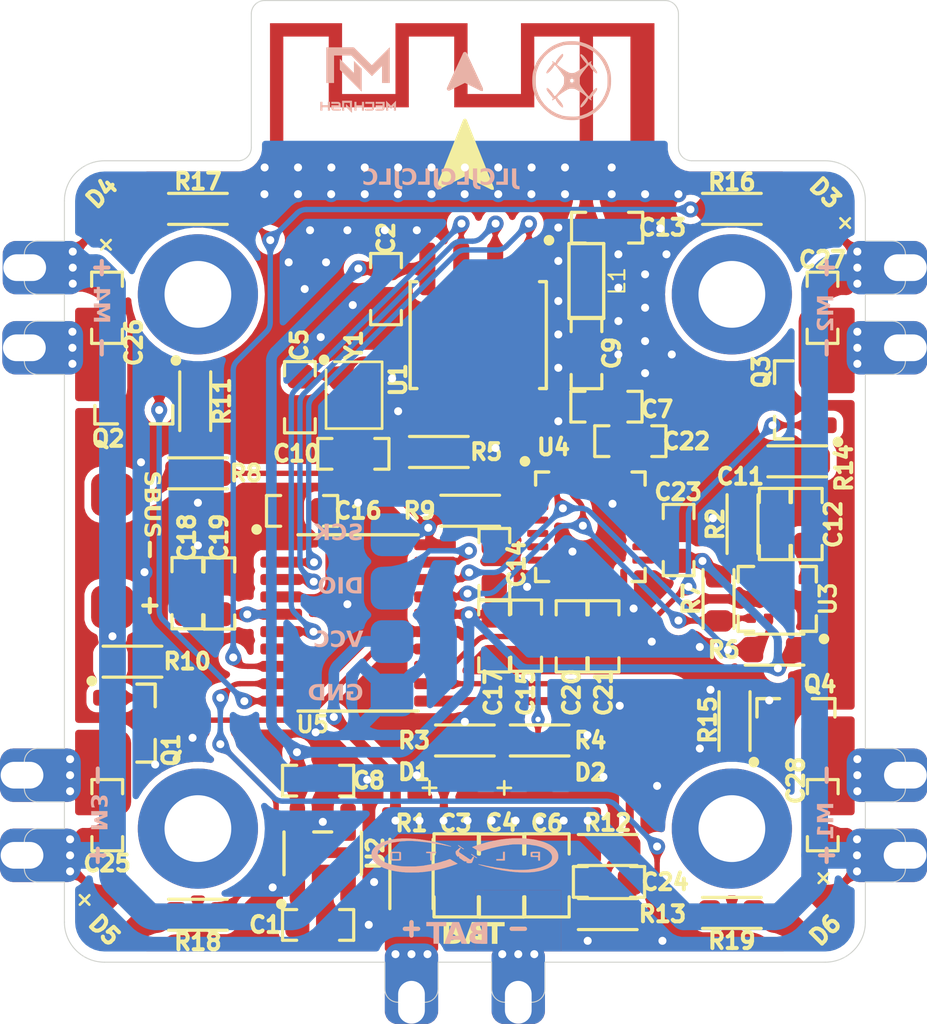
<source format=kicad_pcb>
(kicad_pcb (version 20221018) (generator pcbnew)
  (title_block (date "2023-06-25"))
  (layers (0 "F.Cu" signal "Front") (31 "B.Cu" signal "Back") (34 "B.Paste" user) (35 "F.Paste" user) (36 "B.SilkS" user "B.Silkscreen") (37 "F.SilkS" user "F.Silkscreen") (38 "B.Mask" user) (39 "F.Mask" user) (44 "Edge.Cuts" user))
  (property "ADD_1" "Majiwada, Thane (West)")
  (property "ADD_2" "Maharashtra 400601, India")
  (property "CLIENT" " AVIATION")
  (property "POC" "DINESH SAIN")
  (property "PRJ" "F030_FC_ToyDrone")
  (property "PRJ_ID" "02")
  (property "PRJ_REV" "0.1")
  (net 0 "")
  (net 1 "Net-(AE1-A)")
  (net 2 "GND")
  (net 3 "Net-(P5-Pad1)")
  (net 4 "+BATT")
  (net 5 "+2V8")
  (net 6 "Net-(U1-XC1)")
  (net 7 "Net-(U1-ANT)")
  (net 8 "Net-(C9-Pad2)")
  (net 9 "Net-(C10-Pad1)")
  (net 10 "Net-(U3-VDDIO)")
  (net 11 "Net-(U3-VDD)")
  (net 12 "Net-(U4-REGOUT)")
  (net 13 "Net-(U4-CPOUT)")
  (net 14 "Net-(C25-Pad2)")
  (net 15 "Net-(C26-Pad2)")
  (net 16 "Net-(D1-K)")
  (net 17 "Net-(D2-K)")
  (net 18 "Net-(D3-K)")
  (net 19 "Net-(D4-K)")
  (net 20 "Net-(D5-K)")
  (net 21 "Net-(D6-K)")
  (net 22 "Net-(P1-Pad1)")
  (net 23 "Net-(U5-NRST)")
  (net 24 "Net-(C27-Pad2)")
  (net 25 "Net-(C28-Pad2)")
  (net 26 "/SWD_DIO")
  (net 27 "/SWD_CLK")
  (net 28 "/RL_MOTOR")
  (net 29 "/FL_MOTOR")
  (net 30 "/FR_MOTOR")
  (net 31 "/RR_MOTOR")
  (net 32 "Net-(U3-SDO)")
  (net 33 "Net-(U1-XC2)")
  (net 34 "/I2C_SDA")
  (net 35 "/I2C_SCL")
  (net 36 "/BAT_SENS")
  (net 37 "/F_LED")
  (net 38 "/R_LED")
  (net 39 "/SPI_CS")
  (net 40 "/SPI_CLOCK")
  (net 41 "/SPI_DATA")
  (footprint "MechAsh_Footprint_Library:QFN-24" (layer "F.Cu") (at 214.7 58.7)
    (fp_text reference "U4")
    (fp_text value "MPU-6050" hide)
  )
  (footprint "MechAsh_Footprint_Library:R_0603" (layer "F.Cu") (at 220 73.1544)
    (fp_text reference "R19")
    (fp_text value "200R" hide)
  )
  (footprint "MechAsh_Footprint_Library:SOT-23-3" (layer "F.Cu") (at 222.25 53.95 180)
    (fp_text reference "Q3")
    (fp_text value "SQ2310ES-T1_GE3" hide)
  )
  (footprint "MechAsh_Footprint_Library:R_0603" (layer "F.Cu") (at 210.2 58.1)
    (fp_text reference "R9")
    (fp_text value "33K" hide)
  )
  (footprint "MechAsh_Footprint_Library:2x3_EDGE_PADS" (layer "F.Cu") (at 224.9873 71 90)
    (fp_text reference "P16" hide)
    (fp_text value "~" hide)
  )
  (footprint "MechAsh_Footprint_Library:R_0603" (layer "F.Cu") (at 212.8 66.7)
    (fp_text reference "R4")
    (fp_text value "1k" hide)
  )
  (footprint "MechAsh_Footprint_Library:C_0603" (layer "F.Cu") (at 211.1 62.8 -90)
    (fp_text reference "C17")
    (fp_text value "0.1uF" hide)
  )
  (footprint "MechAsh_Footprint_Library:C_0603" (layer "F.Cu") (at 216.2 55.5 180)
    (fp_text reference "C22")
    (fp_text value "2.2nF" hide)
  )
  (footprint "MechAsh_Footprint_Library:TSSOP-20" (layer "F.Cu") (at 206 62.3)
    (fp_text reference "U5")
    (fp_text value "STM32F030F4P6" hide)
  )
  (footprint "MechAsh_Footprint_Library:2x3_EDGE_PADS" (layer "F.Cu") (at 194.9127 71 -90)
    (fp_text reference "P10" hide)
    (fp_text value "~" hide)
  )
  (footprint "MechAsh_Footprint_Library:C_0603" (layer "F.Cu") (at 215.2 62.8 -90)
    (fp_text reference "C21")
    (fp_text value "0.1uF" hide)
  )
  (footprint "MechAsh_Footprint_Library:C_0603" (layer "F.Cu") (at 212.3 62.775 -90)
    (fp_text reference "C15")
    (fp_text value "0.1uF" hide)
  )
  (footprint "MechAsh_Footprint_Library:R_0603" (layer "F.Cu") (at 220 46.8)
    (fp_text reference "R16")
    (fp_text value "200R" hide)
  )
  (footprint "MechAsh_Footprint_Library:M2_Rubber_Gummy_Drone" (layer "F.Cu") (at 220 70)
    (fp_text reference "M3" hide)
    (fp_text value "~" hide)
  )
  (footprint "MechAsh_Footprint_Library:C_0805" (layer "F.Cu") (at 211.374282 71.755285 -90)
    (fp_text reference "C4")
    (fp_text value "22uF" hide)
  )
  (footprint "MechAsh_Footprint_Library:SOP8-EP" (layer "F.Cu") (at 210.5 51.525 -90)
    (fp_text reference "U1")
    (fp_text value "XN297L" hide)
  )
  (footprint "MechAsh_Footprint_Library:SOT-23-3" (layer "F.Cu") (at 197.75 66.05)
    (fp_text reference "Q1")
    (fp_text value "SQ2310ES-T1_GE3" hide)
  )
  (footprint "MechAsh_Footprint_Library:LED_0603" (layer "F.Cu") (at 222.9 46.8 -45)
    (fp_text reference "D3")
    (fp_text value "RED" hide)
  )
  (footprint "MechAsh_Footprint_Library:C_0603" (layer "F.Cu") (at 222.8 58.6 90)
    (fp_text reference "C12")
    (fp_text value "0.1uF" hide)
  )
  (footprint "MechAsh_Footprint_Library:R_0603" (layer "F.Cu") (at 200 73.225 180)
    (fp_text reference "R18")
    (fp_text value "200R" hide)
  )
  (footprint "MechAsh_Footprint_Library:2x3_EDGE_PADS" (layer "F.Cu") (at 225 68 90)
    (fp_text reference "P17" hide)
    (fp_text value "~" hide)
  )
  (footprint "MechAsh_Footprint_Library:R_0603" (layer "F.Cu") (at 200 56.7)
    (fp_text reference "R8")
    (fp_text value "4k7" hide)
  )
  (footprint "MechAsh_Footprint_Library:L_0603" (layer "F.Cu") (at 214.55 49.5 90)
    (fp_text reference "L1")
    (fp_text value "1.5nH" hide)
  )
  (footprint "MechAsh_Footprint_Library:C_0603" (layer "F.Cu") (at 214 62.8 -90)
    (fp_text reference "C20")
    (fp_text value "10nF" hide)
  )
  (footprint "MechAsh_Footprint_Library:C_0603" (layer "F.Cu") (at 218 59.2 90)
    (fp_text reference "C23")
    (fp_text value "0.1uF" hide)
  )
  (footprint "MechAsh_Footprint_Library:C_0603" (layer "F.Cu") (at 221.6 58.6 90)
    (fp_text reference "C11")
    (fp_text value "0.1uF" hide)
  )
  (footprint "MechAsh_Footprint_Library:C_0603" (layer "F.Cu") (at 199.6 61.189063 90)
    (fp_text reference "C18")
    (fp_text value "1uF" hide)
  )
  (footprint "MechAsh_Footprint_Library:C_0805" (layer "F.Cu") (at 213.075 71.75 -90)
    (fp_text reference "C6")
    (fp_text value "0.1uF" hide)
  )
  (footprint "MechAsh_Footprint_Library:R_0603" (layer "F.Cu") (at 210 66.7)
    (fp_text reference "R3")
    (fp_text value "1k" hide)
  )
  (footprint "MechAsh_Footprint_Library:LED_0603" (layer "F.Cu") (at 197.1 73.2 135)
    (fp_text reference "D5")
    (fp_text value "BLUE" hide)
  )
  (footprint "MechAsh_Footprint_Library:2x3_EDGE_PADS" (layer "F.Cu") (at 194.9127 68 -90)
    (fp_text reference "P11" hide)
    (fp_text value "~" hide)
  )
  (footprint "MechAsh_Footprint_Library:R_0603" (layer "F.Cu") (at 215.35 73.2 180)
    (fp_text reference "R13")
    (fp_text value "10k" hide)
  )
  (footprint "MechAsh_Footprint_Library:C_0603" (layer "F.Cu") (at 215.3 54.2)
    (fp_text reference "C7")
    (fp_text value "0.5pF" hide)
  )
  (footprint "MechAsh_Footprint_Library:SOT-23-3" (layer "F.Cu") (at 197.6 54.2 -90)
    (fp_text reference "Q2")
    (fp_text value "SQ2310ES-T1_GE3" hide)
  )
  (footprint "MechAsh_Footprint_Library:C_0603" (layer "F.Cu") (at 207.05 49.8 -90)
    (fp_text reference "C2")
    (fp_text value "1uF" hide)
  )
  (footprint "MechAsh_Footprint_Library:R_0603" (layer "F.Cu") (at 219.5 61.4 90)
    (fp_text reference "R7")
    (fp_text value "4k7" hide)
  )
  (footprint "MechAsh_Footprint_Library:R_0603" (layer "F.Cu") (at 222.45 56.25 180)
    (fp_text reference "R14")
    (fp_text value "10k" hide)
  )
  (footprint "MechAsh_Footprint_Library:LED_0603" (layer "F.Cu") (at 222.9 73.2 45)
    (fp_text reference "D6")
    (fp_text value "BLUE" hide)
  )
  (footprint "MechAsh_Footprint_Library:2x3_EDGE_PADS" (layer "F.Cu") (at 195.0127 49 -90)
    (fp_text reference "P12" hide)
    (fp_text value "~" hide)
  )
  (footprint "MechAsh_Footprint_Library:C_0603" (layer "F.Cu") (at 214.55 52.2 90)
    (fp_text reference "C9")
    (fp_text value "2.7pF" hide)
  )
  (footprint "MechAsh_Footprint_Library:C_0603" (layer "F.Cu") (at 204.5 68.2)
    (fp_text reference "C8")
    (fp_text value "1uF" hide)
  )
  (footprint "MechAsh_Footprint_Library:SMD2016-4P" (layer "F.Cu") (at 205.85 53.775)
    (fp_text reference "Y1")
    (fp_text value "ABM11W-16.0000MHZ" hide)
  )
  (footprint "MechAsh_Footprint_Library:2x3_EDGE_PADS" (layer "F.Cu") (at 225 52 90)
    (fp_text reference "P15" hide)
    (fp_text value "~" hide)
  )
  (footprint "MechAsh_Footprint_Library:C_0603" (layer "F.Cu") (at 203.9 58.1)
    (fp_text reference "C16")
    (fp_text value "0.1uF" hide)
  )
  (footprint "MechAsh_Footprint_Library:1.6x1.6-SMD-PAD" (layer "F.Cu") (at 196.8 59.6)
    (fp_text reference "P4" hide)
    (fp_text value "2x2-SMD_PAD" hide)
  )
  (footprint "MechAsh_Footprint_Library:C_0603" (layer "F.Cu") (at 203.825 53.85 -90)
    (fp_text reference "C5")
    (fp_text value "27pF" hide)
  )
  (footprint "MechAsh_Footprint_Library:1.6x1.6-SMD-PAD" (layer "F.Cu") (at 196.8 61.7)
    (fp_text reference "P3" hide)
    (fp_text value "2x2-SMD_PAD" hide)
  )
  (footprint "MechAsh_Footprint_Library:C_0603" (layer "F.Cu") (at 223.4 69.5 90)
    (fp_text reference "C28")
    (fp_text value "0.1uF" hide)
  )
  (footprint "MechAsh_Footprint_Library:2x3_EDGE_PADS" (layer "F.Cu") (at 195 52 -90)
    (fp_text reference "P13" hide)
    (fp_text value "~" hide)
  )
  (footprint "MechAsh_Footprint_Library:C_0603" (layer "F.Cu") (at 215.325 47.5)
    (fp_text reference "C13")
    (fp_text value "1.2pF" hide)
  )
  (footprint "MechAsh_Footprint_Library:2x3_EDGE_PADS" (layer "F.Cu") (at 212 75)
    (fp_text reference "P2" hide)
    (fp_text value "~" hide)
  )
  (footprint "MechAsh_Footprint_Library:LED_0603" (layer "F.Cu") (at 212.8 67.9 180)
    (fp_text reference "D2")
    (fp_text value "GREEN" hide)
  )
  (footprint "MechAsh_Footprint_Library:R_0603" (layer "F.Cu") (at 209.025 55.9 180)
    (fp_text reference "R5")
    (fp_text value "510R" hide)
  )
  (footprint "MechAsh_Footprint_Library:M2_Rubber_Gummy_Drone" (layer "F.Cu") (at 200 50)
    (fp_text reference "M1" hide)
    (fp_text value "~" hide)
  )
  (footprint "MechAsh_Footprint_Library:C_0603" (layer "F.Cu") (at 196.6 50.5 -90)
    (fp_text reference "C26")
    (fp_text value "0.1uF" hide)
  )
  (footprint "MechAsh_Footprint_Library:R_0805" (layer "F.Cu") (at 208 71.7 90)
    (fp_text reference "R1")
    (fp_text value "0R" hide)
  )
  (footprint "MechAsh_Footprint_Library:R_0603" (layer "F.Cu") (at 220.4 58.6 90)
    (fp_text reference "R2")
    (fp_text value "100k" hide)
  )
  (footprint "MechAsh_Footprint_Library:M2_Rubber_Gummy_Drone" (layer "F.Cu") (at 220 50)
    (fp_text reference "M2" hide)
    (fp_text value "~" hide)
  )
  (footprint "MechAsh_Footprint_Library:1.6x1.6-SMD-PAD" (layer "F.Cu") (at 196.8 57.5)
    (fp_text reference "P5" hide)
    (fp_text value "2x2-SMD_PAD" hide)
  )
  (footprint "MechAsh_Footprint_Library:C_0603" (layer "F.Cu") (at 200.8 61.2 90)
    (fp_text reference "C19")
    (fp_text value "10nF" hide)
  )
  (footprint "MechAsh_Footprint_Library:C_0603" (layer "F.Cu") (at 204.5 73.6)
    (fp_text reference "C1")
    (fp_text value "1uF" hide)
  )
  (footprint "MechAsh_Footprint_Library:R_0603" (layer "F.Cu") (at 220.1 65.975 90)
    (fp_text reference "R15")
    (fp_text value "10k" hide)
  )
  (footprint "MechAsh_Footprint_Library:SOT-23-3" (layer "F.Cu") (at 222.4 65.785 90)
    (fp_text reference "Q4")
    (fp_text value "SQ2310ES-T1_GE3" hide)
  )
  (footprint "MechAsh_Footprint_Library:C_0603" (layer "F.Cu") (at 215.4 72 180)
    (fp_text reference "C24")
    (fp_text value "0.1uF" hide)
  )
  (footprint "MechAsh_Footprint_Library:C_0603" (layer "F.Cu") (at 196.6 69.5 90)
    (fp_text reference "C25")
    (fp_text value "0.1uF" hide)
  )
  (footprint "MechAsh_Footprint_Library:LED_0603" (layer "F.Cu") (at 210 67.9 180)
    (fp_text reference "D1")
    (fp_text value "YELLOW " hide)
  )
  (footprint "MechAsh_Footprint_Library:VFLGA-8" (layer "F.Cu") (at 221.7 61.4 180)
    (fp_text reference "U3")
    (fp_text value "DPS310" hide)
  )
  (footprint "MechAsh_Footprint_Library:LED_0603" (layer "F.Cu") (at 197.0875 46.8 -135)
    (fp_text reference "D4")
    (fp_text value "RED" hide)
  )
  (footprint "MechAsh_Footprint_Library:C_0603" (layer "F.Cu") (at 205.825 55.975 180)
    (fp_text reference "C10")
    (fp_text value "27pF" hide)
  )
  (footprint "MechAsh_Footprint_Library:R_0603" (layer "F.Cu") (at 199.9 54 -90)
    (fp_text reference "R11")
    (fp_text value "10k" hide)
  )
  (footprint "MechAsh_Footprint_Library:R_0603" (layer "F.Cu") (at 215.35 70.8)
    (fp_text reference "R12")
    (fp_text value "10k" hide)
  )
  (footprint "MechAsh_Footprint_Library:C_0603" (layer "F.Cu") (at 223.4 50.5 -90)
    (fp_text reference "C27")
    (fp_text value "0.1uF" hide)
  )
  (footprint "MechAsh_Footprint_Library:R_0603" (layer "F.Cu") (at 197.55 63.75)
    (fp_text reference "R10")
    (fp_text value "10k" hide)
  )
  (footprint "MechAsh_Footprint_Library:2x3_EDGE_PADS" (layer "F.Cu") (at 225 49 90)
    (fp_text reference "P14" hide)
    (fp_text value "~" hide)
  )
  (footprint "MechAsh_Footprint_Library:ANT_Texas_SWRA117D_2.4GHz_Left" (layer "F.Cu") (at 214.55 45)
    (fp_text reference "AE1" hide)
    (fp_text value "Antenna_Shield_2.4GHz_R" hide)
  )
  (footprint "MechAsh_Footprint_Library:R_0603" (layer "F.Cu") (at 221.6 63.3)
    (fp_text reference "R6")
    (fp_text value "4k7" hide)
  )
  (footprint "MechAsh_Footprint_Library:SOT-23-5" (layer "F.Cu") (at 204.675 70.925 90)
    (fp_text reference "U2")
    (fp_text value "TLV75528PDBVR" hide)
  )
  (footprint "MechAsh_Footprint_Library:M2_Rubber_Gummy_Drone" (layer "F.Cu") (at 200 70)
    (fp_text reference "M4" hide)
    (fp_text value "~" hide)
  )
  (footprint "MechAsh_Footprint_Library:C_0805" (layer "F.Cu") (at 209.675 71.75 -90)
    (fp_text reference "C3")
    (fp_text value "100uF" hide)
  )
  (footprint "MechAsh_Footprint_Library:R_0603" (layer "F.Cu") (at 200 46.8 180)
    (fp_text reference "R17")
    (fp_text value "200R" hide)
  )
  (footprint "MechAsh_Footprint_Library:2x3_EDGE_PADS" (layer "F.Cu") (at 208 75)
    (fp_text reference "P1" hide)
    (fp_text value "~" hide)
  )
  (footprint "MechAsh_Footprint_Library:C_0603" (layer "F.Cu") (at 211.1 60.1 90)
    (fp_text reference "C14")
    (fp_text value "4.7uF" hide)
  )
  (footprint "LOGO" (layer "B.Cu") (at 214 42 180)
    (fp_text reference "G***" hide)
    (fp_text value "LOGO" hide)
  )
  (footprint "MechAsh_Footprint_Library:1.6x1.6-SMD-PAD" (layer "B.Cu") (at 207.27 65 180)
    (fp_text reference "P7" hide)
    (fp_text value "2x2-SMD_PAD" hide)
  )
  (footprint "LOGO" (layer "B.Cu") (at 210 71 180)
    (fp_text reference "G***" hide)
    (fp_text value "LOGO" hide)
  )
  (footprint "LOGO" (layer "B.Cu") (at 206 42 180)
    (fp_text reference "G***" hide)
    (fp_text value "LOGO" hide)
  )
  (footprint "MechAsh_Footprint_Library:1.6x1.6-SMD-PAD" (layer "B.Cu") (at 207.27 63 180)
    (fp_text reference "P6" hide)
    (fp_text value "2x2-SMD_PAD" hide)
  )
  (footprint "MechAsh_Footprint_Library:1.6x1.6-SMD-PAD" (layer "B.Cu") (at 207.27 61 180)
    (fp_text reference "P8" hide)
    (fp_text value "2x2-SMD_PAD" hide)
  )
  (footprint "MechAsh_Footprint_Library:1.6x1.6-SMD-PAD" (layer "B.Cu") (at 207.27 59 180)
    (fp_text reference "P9" hide)
    (fp_text value "2x2-SMD_PAD" hide)
  )
  (gr_line (start 196.15 49) (end 196.65 49) (stroke (width 0.1524)) (layer "B.SilkS"))
  (gr_line (start 223.55 52.25) (end 223.55 51.75) (stroke (width 0.1524)) (layer "B.SilkS"))
  (gr_line (start 196.5 71) (end 196 71) (stroke (width 0.1524)) (layer "B.SilkS"))
  (gr_line (start 196.4 52.25) (end 196.4 51.75) (stroke (width 0.1524)) (layer "B.SilkS"))
  (gr_poly (pts (xy 210 41) (xy 210.6 42.3) (xy 210 42) (xy 209.4 42.3)) (stroke (width 0.1524)) (fill solid) (layer "B.SilkS"))
  (gr_line (start 207.748842 73.75403) (end 208.248842 73.75403) (stroke (width 0.1524)) (layer "B.SilkS"))
  (gr_line (start 211.751677 73.7502) (end 212.251677 73.7502) (stroke (width 0.1524)) (layer "B.SilkS"))
  (gr_line (start 223.8 71) (end 223.3 71) (stroke (width 0.1524)) (layer "B.SilkS"))
  (gr_line (start 223.55 70.75) (end 223.55 71.25) (stroke (width 0.1524)) (layer "B.SilkS"))
  (gr_line (start 207.998842 74.00403) (end 207.998842 73.50403) (stroke (width 0.1524)) (layer "B.SilkS"))
  (gr_line (start 223.3 49) (end 223.8 49) (stroke (width 0.1524)) (layer "B.SilkS"))
  (gr_line (start 196.25 67.75) (end 196.25 68.25) (stroke (width 0.1524)) (layer "B.SilkS"))
  (gr_line (start 223.55 67.75) (end 223.55 68.25) (stroke (width 0.1524)) (layer "B.SilkS"))
  (gr_line (start 223.55 49.25) (end 223.55 48.75) (stroke (width 0.1524)) (layer "B.SilkS"))
  (gr_line (start 196.4 49.25) (end 196.4 48.75) (stroke (width 0.1524)) (layer "B.SilkS"))
  (gr_line (start 196.25 70.75) (end 196.25 71.25) (stroke (width 0.1524)) (layer "B.SilkS"))
  (gr_line (start 207.75 73.75) (end 208.25 73.75) (stroke (width 0.1524)) (layer "F.SilkS"))
  (gr_line (start 211.75 73.75) (end 212.25 73.75) (stroke (width 0.1524)) (layer "F.SilkS"))
  (gr_line (start 198.2 61.4) (end 198.2 61.9) (stroke (width 0.1524)) (layer "F.SilkS"))
  (gr_line (start 208 73.5) (end 208 74) (stroke (width 0.1524)) (layer "F.SilkS"))
  (gr_line (start 197.95 61.65) (end 198.45 61.65) (stroke (width 0.1524)) (layer "F.SilkS"))
  (gr_line (start 198.2 59.8) (end 198.2 59.3) (stroke (width 0.1524)) (layer "F.SilkS"))
  (gr_poly (pts (xy 210 43.5) (xy 209 46) (xy 210 45.5) (xy 211 46)) (stroke (width 0.1524)) (fill solid) (layer "F.SilkS"))
  (gr_arc (start 226 67) (mid 226.353553 67.146447) (end 226.5 67.5) (stroke (width 0.0381)) (layer "Edge.Cuts"))
  (gr_line (start 207 75) (end 207 76) (stroke (width 0.0381)) (layer "Edge.Cuts"))
  (gr_line (start 226.5 49.5) (end 226.5 48.5) (stroke (width 0.0381)) (layer "Edge.Cuts"))
  (gr_line (start 209 75) (end 211 75) (stroke (width 0.0381)) (layer "Edge.Cuts"))
  (gr_line (start 211 75) (end 211 76) (stroke (width 0.0381)) (layer "Edge.Cuts"))
  (gr_arc (start 226 48) (mid 226.353553 48.146447) (end 226.5 48.5) (stroke (width 0.0381)) (layer "Edge.Cuts"))
  (gr_line (start 213 76) (end 213 75) (stroke (width 0.0381)) (layer "Edge.Cuts"))
  (gr_line (start 202 44.5) (end 202.000001 39.5) (stroke (width 0.0381)) (layer "Edge.Cuts"))
  (gr_arc (start 194 53) (mid 193.646447 52.853553) (end 193.5 52.5) (stroke (width 0.0381)) (layer "Edge.Cuts"))
  (gr_line (start 209 76) (end 209 75) (stroke (width 0.0381)) (layer "Edge.Cuts"))
  (gr_arc (start 211.5 76.5) (mid 211.146447 76.353553) (end 211 76) (stroke (width 0.0381)) (layer "Edge.Cuts"))
  (gr_line (start 225 67) (end 225 53) (stroke (width 0.0381)) (layer "Edge.Cuts"))
  (gr_line (start 193.5 70.5) (end 193.5 71.5) (stroke (width 0.0381)) (layer "Edge.Cuts"))
  (gr_arc (start 202 44.5) (mid 201.853553 44.853553) (end 201.5 45) (stroke (width 0.0381)) (layer "Edge.Cuts"))
  (gr_line (start 211.5 76.5) (end 212.5 76.5) (stroke (width 0.0381)) (layer "Edge.Cuts"))
  (gr_arc (start 226.5 71.5) (mid 226.353553 71.853553) (end 226 72) (stroke (width 0.0381)) (layer "Edge.Cuts"))
  (gr_arc (start 194 72) (mid 193.646447 71.853553) (end 193.5 71.5) (stroke (width 0.0381)) (layer "Edge.Cuts"))
  (gr_line (start 225 73.5) (end 225 72) (stroke (width 0.0381)) (layer "Edge.Cuts"))
  (gr_line (start 193.5 67.5) (end 193.5 68.5) (stroke (width 0.0381)) (layer "Edge.Cuts"))
  (gr_arc (start 193.5 51.5) (mid 193.646447 51.146447) (end 194 51) (stroke (width 0.0381)) (layer "Edge.Cuts"))
  (gr_arc (start 225 73.5) (mid 224.56066 74.56066) (end 223.5 75) (stroke (width 0.0381)) (layer "Edge.Cuts"))
  (gr_arc (start 193.5 48.5) (mid 193.646447 48.146447) (end 194 48) (stroke (width 0.0381)) (layer "Edge.Cuts"))
  (gr_line (start 225 69) (end 225 70) (stroke (width 0.0381)) (layer "Edge.Cuts"))
  (gr_line (start 194 72) (end 195 72) (stroke (width 0.0381)) (layer "Edge.Cuts"))
  (gr_line (start 195 48) (end 194 48) (stroke (width 0.0381)) (layer "Edge.Cuts"))
  (gr_line (start 195 53) (end 195 67) (stroke (width 0.0381)) (layer "Edge.Cuts"))
  (gr_line (start 194 50) (end 195 50) (stroke (width 0.0381)) (layer "Edge.Cuts"))
  (gr_arc (start 196.5 75) (mid 195.43934 74.56066) (end 195 73.5) (stroke (width 0.0381)) (layer "Edge.Cuts"))
  (gr_line (start 226.5 68.5) (end 226.5 67.5) (stroke (width 0.0381)) (layer "Edge.Cuts"))
  (gr_line (start 194 69) (end 195 69) (stroke (width 0.0381)) (layer "Edge.Cuts"))
  (gr_arc (start 217.5 39) (mid 217.853553 39.146447) (end 218 39.5) (stroke (width 0.0381)) (layer "Edge.Cuts"))
  (gr_line (start 225 69) (end 226 69) (stroke (width 0.0381)) (layer "Edge.Cuts"))
  (gr_line (start 195 46.5) (end 195 48) (stroke (width 0.0381)) (layer "Edge.Cuts"))
  (gr_line (start 195 70) (end 195 69) (stroke (width 0.0381)) (layer "Edge.Cuts"))
  (gr_line (start 225 72) (end 226 72) (stroke (width 0.0381)) (layer "Edge.Cuts"))
  (gr_line (start 218.5 45) (end 223.5 45) (stroke (width 0.0381)) (layer "Edge.Cuts"))
  (gr_arc (start 195 46.5) (mid 195.43934 45.43934) (end 196.5 45) (stroke (width 0.0381)) (layer "Edge.Cuts"))
  (gr_line (start 213 75) (end 223.5 75) (stroke (width 0.0381)) (layer "Edge.Cuts"))
  (gr_line (start 195 51) (end 194 51) (stroke (width 0.0381)) (layer "Edge.Cuts"))
  (gr_line (start 226 70) (end 225 70) (stroke (width 0.0381)) (layer "Edge.Cuts"))
  (gr_arc (start 194 69) (mid 193.646447 68.853553) (end 193.5 68.5) (stroke (width 0.0381)) (layer "Edge.Cuts"))
  (gr_line (start 195 51) (end 195 50) (stroke (width 0.0381)) (layer "Edge.Cuts"))
  (gr_arc (start 226.5 52.5) (mid 226.353553 52.853553) (end 226 53) (stroke (width 0.0381)) (layer "Edge.Cuts"))
  (gr_line (start 226.5 71.5) (end 226.5 70.5) (stroke (width 0.0381)) (layer "Edge.Cuts"))
  (gr_arc (start 194 50) (mid 193.646447 49.853553) (end 193.5 49.5) (stroke (width 0.0381)) (layer "Edge.Cuts"))
  (gr_line (start 226 48) (end 225 48) (stroke (width 0.0381)) (layer "Edge.Cuts"))
  (gr_line (start 194 53) (end 195 53) (stroke (width 0.0381)) (layer "Edge.Cuts"))
  (gr_line (start 225 50) (end 225 51) (stroke (width 0.0381)) (layer "Edge.Cuts"))
  (gr_line (start 202.5 39) (end 217.5 39) (stroke (width 0.0381)) (layer "Edge.Cuts"))
  (gr_arc (start 202.000001 39.5) (mid 202.146447 39.146447) (end 202.5 39.000001) (stroke (width 0.0381)) (layer "Edge.Cuts"))
  (gr_arc (start 226.5 68.5) (mid 226.353553 68.853553) (end 226 69) (stroke (width 0.0381)) (layer "Edge.Cuts"))
  (gr_line (start 225 50) (end 226 50) (stroke (width 0.0381)) (layer "Edge.Cuts"))
  (gr_arc (start 226 70) (mid 226.353553 70.146447) (end 226.5 70.5) (stroke (width 0.0381)) (layer "Edge.Cuts"))
  (gr_arc (start 213 76) (mid 212.853553 76.353553) (end 212.5 76.5) (stroke (width 0.0381)) (layer "Edge.Cuts"))
  (gr_line (start 195 70) (end 194 70) (stroke (width 0.0381)) (layer "Edge.Cuts"))
  (gr_line (start 196.5 75) (end 207 75) (stroke (width 0.0381)) (layer "Edge.Cuts"))
  (gr_line (start 226.5 52.5) (end 226.5 51.5) (stroke (width 0.0381)) (layer "Edge.Cuts"))
  (gr_arc (start 226.5 49.5) (mid 226.353553 49.853553) (end 226 50) (stroke (width 0.0381)) (layer "Edge.Cuts"))
  (gr_arc (start 218.5 45) (mid 218.146447 44.853553) (end 218 44.5) (stroke (width 0.0381)) (layer "Edge.Cuts"))
  (gr_line (start 226 67) (end 225 67) (stroke (width 0.0381)) (layer "Edge.Cuts"))
  (gr_line (start 225 53) (end 226 53) (stroke (width 0.0381)) (layer "Edge.Cuts"))
  (gr_arc (start 223.5 45) (mid 224.56066 45.43934) (end 225 46.5) (stroke (width 0.0381)) (layer "Edge.Cuts"))
  (gr_line (start 193.5 48.5) (end 193.5 49.5) (stroke (width 0.0381)) (layer "Edge.Cuts"))
  (gr_arc (start 226 51) (mid 226.353553 51.146447) (end 226.5 51.5) (stroke (width 0.0381)) (layer "Edge.Cuts"))
  (gr_arc (start 207.5 76.5) (mid 207.146447 76.353553) (end 207 76) (stroke (width 0.0381)) (layer "Edge.Cuts"))
  (gr_line (start 226 51) (end 225 51) (stroke (width 0.0381)) (layer "Edge.Cuts"))
  (gr_line (start 195 67) (end 194 67) (stroke (width 0.0381)) (layer "Edge.Cuts"))
  (gr_arc (start 209 76) (mid 208.853553 76.353553) (end 208.5 76.5) (stroke (width 0.0381)) (layer "Edge.Cuts"))
  (gr_line (start 196.5 45) (end 201.5 45) (stroke (width 0.0381)) (layer "Edge.Cuts"))
  (gr_line (start 207.5 76.5) (end 208.5 76.5) (stroke (width 0.0381)) (layer "Edge.Cuts"))
  (gr_line (start 225 48) (end 225 46.5) (stroke (width 0.0381)) (layer "Edge.Cuts"))
  (gr_line (start 218 39.5) (end 218 44.5) (stroke (width 0.0381)) (layer "Edge.Cuts"))
  (gr_line (start 193.5 51.5) (end 193.5 52.5) (stroke (width 0.0381)) (layer "Edge.Cuts"))
  (gr_arc (start 193.5 67.5) (mid 193.646447 67.146447) (end 194 67) (stroke (width 0.0381)) (layer "Edge.Cuts"))
  (gr_arc (start 193.5 70.5) (mid 193.646447 70.146447) (end 194 70) (stroke (width 0.0381)) (layer "Edge.Cuts"))
  (gr_line (start 195 72) (end 195 73.5) (stroke (width 0.0381)) (layer "Edge.Cuts"))
  (gr_text "VCC" (at 206.2 63.3) (layer "B.SilkS") (effects (font (size 0.6 0.6) (thickness 0.15) bold) (justify left bottom mirror)))
  (gr_text "JLCJLCJLCJLC" (at 212 46) (layer "B.SilkS") (effects (font (size 0.6 0.6) (thickness 0.15) bold) (justify left bottom mirror)))
  (gr_text "GND" (at 206.2 65.3) (layer "B.SilkS") (effects (font (size 0.6 0.6) (thickness 0.15) bold) (justify left bottom mirror)))
  (gr_text "SCK" (at 206.2 59.3) (layer "B.SilkS") (effects (font (size 0.6 0.6) (thickness 0.15) bold) (justify left bottom mirror)))
  (gr_text "M2\n" (at 223.9 50 90) (layer "B.SilkS") (effects (font (size 0.6 0.6) (thickness 0.15) bold) (justify left bottom mirror)))
  (gr_text "M1" (at 223.9 69 90) (layer "B.SilkS") (effects (font (size 0.6 0.6) (thickness 0.15) bold) (justify left bottom mirror)))
  (gr_text "M4" (at 196 51.1 270) (layer "B.SilkS") (effects (font (size 0.6 0.6) (thickness 0.15) bold) (justify left bottom mirror)))
  (gr_text "M3" (at 195.9 70.1 270) (layer "B.SilkS") (effects (font (size 0.6 0.6) (thickness 0.15) bold) (justify left bottom mirror)))
  (gr_text "BAT" (at 210.943944 74.446441) (layer "B.SilkS") (effects (font (size 0.8 0.8) (thickness 0.2) bold) (justify left bottom mirror)))
  (gr_text "DIO" (at 206.2 61.3) (layer "B.SilkS") (effects (font (size 0.6 0.6) (thickness 0.15) bold) (justify left bottom mirror)))
  (gr_text "SBUS" (at 197.9 56.6 270) (layer "F.SilkS") (effects (font (size 0.6 0.6) (thickness 0.125) bold) (justify left bottom)))
  (gr_text "BAT" (at 209.1 74.45) (layer "F.SilkS") (effects (font (size 0.8 0.8) (thickness 0.2) bold) (justify left bottom)))
  (segment (start 214.55 47.5) (end 214.55 48.715) (width 0.5) (layer "F.Cu") (net 1))
  (segment (start 214.55 45) (end 214.55 47.5) (width 0.5) (layer "F.Cu") (net 1))
  (segment (start 216.75 46.25) (end 216.65 46.15) (width 0.127) (layer "F.Cu") (net 2))
  (segment (start 205.363 54.412) (end 205.363 54.35347) (width 0.2) (layer "F.Cu") (net 2))
  (segment (start 205.2 55.825) (end 205.2 54.575) (width 0.2) (layer "F.Cu") (net 2))
  (segment (start 203.825 54.625) (end 203.975 54.475) (width 0.2) (layer "F.Cu") (net 2))
  (segment (start 204.675 72.792893) (end 204.675 72.09) (width 0.4) (layer "F.Cu") (net 2))
  (segment (start 206.337 53.138) (end 207.263 53.138) (width 0.2) (layer "F.Cu") (net 2))
  (segment (start 205.275 73.6) (end 204.821446 73.146446) (width 0.4) (layer "F.Cu") (net 2))
  (segment (start 205.2 54.575) (end 205.363 54.412) (width 0.2) (layer "F.Cu") (net 2))
  (segment (start 206.337 53.37947) (end 206.337 53.138) (width 0.2) (layer "F.Cu") (net 2))
  (segment (start 216.65 46.15) (end 216.65 45.0405) (width 0.9) (layer "F.Cu") (net 2))
  (segment (start 205.05 55.975) (end 205.2 55.825) (width 0.2) (layer "F.Cu") (net 2))
  (segment (start 205.363 54.35347) (end 206.337 53.37947) (width 0.2) (layer "F.Cu") (net 2))
  (segment (start 211.15 54.015) (end 211.135 54) (width 0.2) (layer "F.Cu") (net 2))
  (segment (start 205.3 54.475) (end 205.363 54.412) (width 0.2) (layer "F.Cu") (net 2))
  (segment (start 203.975 54.475) (end 205.3 54.475) (width 0.2) (layer "F.Cu") (net 2))
  (segment (start 207.263 53.138) (end 207.275 53.15) (width 0.2) (layer "F.Cu") (net 2))
  (segment (start 211.15 55.75) (end 211.15 54.015) (width 0.2) (layer "F.Cu") (net 2))
  (via (at 208.2 47.6) (size 0.6) (drill 0.3) (layers "F.Cu" "B.Cu") (net 2))
  (via (at 206.25 46.25) (size 0.6) (drill 0.3) (layers "F.Cu" "B.Cu") (net 2))
  (via (at 216.75 52.95) (size 0.6) (drill 0.3) (layers "F.Cu" "B.Cu") (net 2))
  (via (at 206.6 72) (size 0.6) (drill 0.3) (layers "F.Cu" "B.Cu") (net 2))
  (via (at 217.32 47.53) (size 0.6) (drill 0.3) (layers "F.Cu" "B.Cu") (net 2))
  (via (at 218.8 67) (size 0.6) (drill 0.3) (layers "F.Cu" "B.Cu") (net 2))
  (via (at 208.75 45.25) (size 0.6) (drill 0.3) (layers "F.Cu" "B.Cu") (net 2))
  (via (at 204.2 47.6) (size 0.6) (drill 0.3) (layers "F.Cu" "B.Cu") (net 2))
  (via (at 210 66) (size 0.6) (drill 0.3) (layers "F.Cu" "B.Cu") (net 2))
  (via (at 211.25 46.25) (size 0.6) (drill 0.3) (layers "F.Cu" "B.Cu") (net 2))
  (via (at 207 47.6) (size 0.6) (drill 0.3) (layers "F.Cu" "B.Cu") (net 2))
  (via (at 214.59 66.5) (size 0.6) (drill 0.3) (layers "F.Cu" "B.Cu") (net 2))
  (via (at 217.2 68.4) (size 0.6) (drill 0.3) (layers "F.Cu" "B.Cu") (net 2))
  (via (at 210 45.25) (size 0.6) (drill 0.3) (layers "F.Cu" "B.Cu") (net 2))
  (via (at 198 60.4) (size 0.6) (drill 0.3) (layers "F.Cu" "B.Cu") (net 2))
  (via (at 219.2 64.8) (size 0.6) (drill 0.3) (layers "F.Cu" "B.Cu") (net 2))
  (via (at 205 45.25) (size 0.6) (drill 0.3) (layers "F.Cu" "B.Cu") (net 2))
  (via (at 216.75 51.75) (size 0.6) (drill 0.3) (layers "F.Cu" "B.Cu") (net 2))
  (via (at 217.4 74.2) (size 0.6) (drill 0.3) (layers "F.Cu" "B.Cu") (net 2))
  (via (at 203.75 45.25) (size 0.6) (drill 0.3) (layers "F.Cu" "B.Cu") (net 2))
  (via (at 200 57.8) (size 0.6) (drill 0.3) (layers "F.Cu" "B.Cu") (net 2))
  (via (at 203.75 46.25) (size 0.6) (drill 0.3) (layers "F.Cu" "B.Cu") (net 2))
  (via (at 212.492128 46.25) (size 0.6) (drill 0.3) (layers "F.Cu" "B.Cu") (net 2))
  (via (at 206.341141 68.169252) (size 0.6) (drill 0.3) (layers "F.Cu" "B.Cu") (net 2))
  (via (at 216.75 46.25) (size 0.6) (drill 0.3) (layers "F.Cu" "B.Cu") (net 2))
  (via (at 211.15 55.75) (size 0.6) (drill 0.3) (layers "F.Cu" "B.Cu") (net 2))
  (via (at 207.5 45.25) (size 0.6) (drill 0.3) (layers "F.Cu" "B.Cu") (net 2))
  (via (at 211.25 45.25) (size 0.6) (drill 0.3) (layers "F.Cu" "B.Cu") (net 2))
  (via (at 217.55 48.5) (size 0.6) (drill 0.3) (layers "F.Cu" "B.Cu") (net 2))
  (via (at 206.4 73.6) (size 0.6) (drill 0.3) (layers "F.Cu" "B.Cu") (net 2))
  (via (at 206.25 45.25) (size 0.6) (drill 0.3) (layers "F.Cu" "B.Cu") (net 2))
  (via (at 218.8 63.2) (size 0.6) (drill 0.3) (layers "F.Cu" "B.Cu") (net 2))
  (via (at 218 46.25) (size 0.6) (drill 0.3) (layers "F.Cu" "B.Cu") (net 2))
  (via (at 209.992128 46.25) (size 0.6) (drill 0.3) (layers "F.Cu" "B.Cu") (net 2))
  (via (at 215.75 49.75) (size 0.6) (drill 0.3) (layers "F.Cu" "B.Cu") (net 2))
  (via (at 197.869582 56.285885) (size 0.6) (drill 0.3) (layers "F.Cu" "B.Cu") (net 2))
  (via (at 213.5 51.5) (size 0.6) (drill 0.3) (layers "F.Cu" "B.Cu") (net 2))
  (via (at 204.992128 46.25) (size 0.6) (drill 0.3) (layers "F.Cu" "B.Cu") (net 2))
  (via (at 205.6 47.6) (size 0.6) (drill 0.3) (layers "F.Cu" "B.Cu") (net 2))
  (via (at 216.75 49.25) (size 0.6) (drill 0.3) (layers "F.Cu" "B.Cu") (net 2))
  (via (at 202.8 72.2) (size 0.6) (drill 0.3) (layers "F.Cu" "B.Cu") (net 2))
  (via (at 200 59.4) (size 0.6) (drill 0.3) (layers "F.Cu" "B.Cu") (net 2))
  (via (at 199.8 66.6) (size 0.6) (drill 0.3) (layers "F.Cu" "B.Cu") (net 2))
  (via (at 216.32 61.76) (size 0.6) (drill 0.3) (layers "F.Cu" "B.Cu") (net 2))
  (via (at 204 49.8) (size 0.6) (drill 0.3) (layers "F.Cu" "B.Cu") (net 2))
  (via (at 208.75 46.25) (size 0.6) (drill 0.3) (layers "F.Cu" "B.Cu") (net 2))
  (via (at 213.5 48.75) (size 0.6) (drill 0.3) (layers "F.Cu" "B.Cu") (net 2))
  (via (at 214.03 59.63) (size 0.6) (drill 0.3) (layers "F.Cu" "B.Cu") (net 2))
  (via (at 202.492128 46.25) (size 0.6) (drill 0.3) (layers "F.Cu" "B.Cu") (net 2))
  (via (at 215.53 57.84) (size 0.6) (drill 0.3) (layers "F.Cu" "B.Cu") (net 2))
  (via (at 207.5 54.375) (size 0.6) (drill 0.3) (layers "F.Cu" "B.Cu") (net 2))
  (via (at 213.5 54.75) (size 0.6) (drill 0.3) (layers "F.Cu" "B.Cu") (net 2))
  (via (at 215.75 51) (size 0.6) (drill 0.3) (layers "F.Cu" "B.Cu") (net 2))
  (via (at 204.409339 66.396395) (size 0.6) (drill 0.3) (layers "F.Cu" "B.Cu") (net 2))
  (via (at 213.75 46.25) (size 0.6) (drill 0.3) (layers "F.Cu" "B.Cu") (net 2))
  (via (at 213.5 47.5) (size 0.6) (drill 0.3) (layers "F.Cu" "B.Cu") (net 2))
  (via (at 216.75 50.5) (size 0.6) (drill 0.3) (layers "F.Cu" "B.Cu") (net 2))
  (via (at 207.492128 46.25) (size 0.6) (drill 0.3) (layers "F.Cu" "B.Cu") (net 2))
  (via (at 215.5 46.25) (size 0.6) (drill 0.3) (layers "F.Cu" "B.Cu") (net 2))
  (via (at 207.275 53.15) (size 0.6) (drill 0.3) (layers "F.Cu" "B.Cu") (net 2))
  (via (at 204.678324 69.746482) (size 0.6) (drill 0.3) (layers "F.Cu" "B.Cu") (net 2))
  (via (at 215.75 52.25) (size 0.6) (drill 0.3) (layers "F.Cu" "B.Cu") (net 2))
  (via (at 215.5 45.25) (size 0.6) (drill 0.3) (layers "F.Cu" "B.Cu") (net 2))
  (via (at 212.5 45.25) (size 0.6) (drill 0.3) (layers "F.Cu" "B.Cu") (net 2))
  (via (at 204.6 51.6) (size 0.6) (drill 0.3) (layers "F.Cu" "B.Cu") (net 2))
  (via (at 215.8 65.4) (size 0.6) (drill 0.3) (layers "F.Cu" "B.Cu") (net 2))
  (via (at 213.5 50.25) (size 0.6) (drill 0.3) (layers "F.Cu" "B.Cu") (net 2))
  (via (at 215.75 48.5) (size 0.6) (drill 0.3) (layers "F.Cu" "B.Cu") (net 2))
  (via (at 208.2 68) (size 0.6) (drill 0.3) (layers "F.Cu" "B.Cu") (net 2))
  (via (at 202.5 45.25) (size 0.6) (drill 0.3) (layers "F.Cu" "B.Cu") (net 2))
  (via (at 206 57.8) (size 0.6) (drill 0.3) (layers "F.Cu" "B.Cu") (net 2))
  (via (at 214.6 74.2) (size 0.6) (drill 0.3) (layers "F.Cu" "B.Cu") (net 2))
  (via (at 203.4 48.8) (size 0.6) (drill 0.3) (layers "F.Cu" "B.Cu") (net 2))
  (via (at 217.75 52.25) (size 0.6) (drill 0.3) (layers "F.Cu" "B.Cu") (net 2))
  (via (at 212.33 60.95) (size 0.6) (drill 0.3) (layers "F.Cu" "B.Cu") (net 2))
  (via (at 221.4 65.2) (size 0.6) (drill 0.3) (layers "F.Cu" "B.Cu") (net 2))
  (via (at 205.6 61.6) (size 0.6) (drill 0.3) (layers "F.Cu" "B.Cu") (net 2))
  (via (at 198.4 67.6) (size 0.6) (drill 0.3) (layers "F.Cu" "B.Cu") (net 2))
  (via (at 213.5 52.75) (size 0.6) (drill 0.3) (layers "F.Cu" "B.Cu") (net 2))
  (via (at 219.29 58.38) (size 0.6) (drill 0.3) (layers "F.Cu" "B.Cu") (net 2))
  (via (at 205.8 50.4) (size 0.6) (drill 0.3) (layers "F.Cu" "B.Cu") (net 2))
  (via (at 213.75 45.25) (size 0.6) (drill 0.3) (layers "F.Cu" "B.Cu") (net 2))
  (via (at 204.8 48.8) (size 0.6) (drill 0.3) (layers "F.Cu" "B.Cu") (net 2))
  (via (at 217 63) (size 0.6) (drill 0.3) (layers "F.Cu" "B.Cu") (net 2))
  (via (at 215.19 68.06) (size 0.6) (drill 0.3) (layers "F.Cu" "B.Cu") (net 2))
  (arc (start 204.675 72.792893) (mid 204.71306 72.984234) (end 204.821446 73.146446) (width 0.4) (layer "F.Cu") (net 2))
  (segment (start 196.8 57.5) (end 198.167893 57.5) (width 0.3) (layer "F.Cu") (net 3))
  (segment (start 198.521447 57.353553) (end 199.175 56.7) (width 0.3) (layer "F.Cu") (net 3))
  (arc (start 198.521447 57.353553) (mid 198.359235 57.46194) (end 198.167893 57.5) (width 0.3) (layer "F.Cu") (net 3))
  (segment (start 204.237107 70.9) (end 205.64 70.9) (width 0.4) (layer "F.Cu") (net 4))
  (segment (start 205.625 72.09) (end 205.625 70.915) (width 0.4) (layer "F.Cu") (net 4))
  (segment (start 195.714949 70.275) (end 195.401324 70.588625) (width 0.6) (layer "F.Cu") (net 4))
  (segment (start 223.4 70.275) (end 224.285051 70.275) (width 0.6) (layer "F.Cu") (net 4))
  (segment (start 214.54 69.76) (end 214.6 69.7) (width 0.6) (layer "F.Cu") (net 4))
  (segment (start 196.8 61.7) (end 196.8 62.8) (width 0.4) (layer "F.Cu") (net 4))
  (segment (start 223.456847 47.356847) (end 223.57903 47.356847) (width 0.3) (layer "F.Cu") (net 4))
  (segment (start 196.530653 47.356847) (end 196.42097 47.356847) (width 0.3) (layer "F.Cu") (net 4))
  (segment (start 203.871447 71.058553) (end 203.883554 71.046446) (width 0.4) (layer "F.Cu") (net 4))
  (segment (start 196.42097 47.356847) (end 195.345258 48.432559) (width 0.3) (layer "F.Cu") (net 4))
  (segment (start 209.2125 67.9) (end 209.2125 69.6875) (width 0.3) (layer "F.Cu") (net 4))
  (segment (start 203.725 72.09) (end 203.725 73.6) (width 0.4) (layer "F.Cu") (net 4))
  (segment (start 205.64 70.9) (end 207.8875 70.9) (width 0.4) (layer "F.Cu") (net 4))
  (segment (start 196.543153 72.643153) (end 196.42097 72.643153) (width 0.3) (layer "F.Cu") (net 4))
  (segment (start 203.725 72.09) (end 203.725 71.412107) (width 0.4) (layer "F.Cu") (net 4))
  (segment (start 223.456847 72.643153) (end 223.57903 72.643153) (width 0.3) (layer "F.Cu") (net 4))
  (segment (start 224.285051 70.275) (end 224.548676 70.538625) (width 0.6) (layer "F.Cu") (net 4))
  (segment (start 223.57903 72.643153) (end 224.654742 71.567441) (width 0.3) (layer "F.Cu") (net 4))
  (segment (start 223.57903 47.356847) (end 224.661092 48.438909) (width 0.3) (layer "F.Cu") (net 4))
  (segment (start 207.4 68.337107) (end 207.4 69.7) (width 0.4) (layer "F.Cu") (net 4))
  (segment (start 196.6 70.275) (end 195.714949 70.275) (width 0.6) (layer "F.Cu") (net 4))
  (segment (start 205.625 70.915) (end 205.64 70.9) (width 0.4) (layer "F.Cu") (net 4))
  (segment (start 205.09 65.82) (end 207.253554 67.983554) (width 0.4) (layer "F.Cu") (net 4))
  (segment (start 209.2125 69.6875) (end 209.2 69.7) (width 0.3) (layer "F.Cu") (net 4))
  (segment (start 207.8875 70.9) (end 208 70.7875) (width 0.4) (layer "F.Cu") (net 4))
  (segment (start 223.4 49.725) (end 224.285051 49.725) (width 0.6) (layer "F.Cu") (net 4))
  (segment (start 195.3127 49.6) (end 196.475 49.6) (width 0.6) (layer "F.Cu") (net 4))
  (segment (start 196.42097 72.643153) (end 195.295258 71.517441) (width 0.3) (layer "F.Cu") (net 4))
  (segment (start 224.285051 49.725) (end 224.555026 49.455025) (width 0.6) (layer "F.Cu") (net 4))
  (segment (start 196.475 49.6) (end 196.6 49.725) (width 0.6) (layer "F.Cu") (net 4))
  (via (at 210.1 69.7) (size 0.6) (drill 0.3) (layers "F.Cu" "B.Cu") (net 4))
  (via (at 211 69.7) (size 0.6) (drill 0.3) (layers "F.Cu" "B.Cu") (net 4))
  (via (at 213.7 69.7) (size 0.6) (drill 0.3) (layers "F.Cu" "B.Cu") (net 4))
  (via (at 214.6 69.7) (size 0.6) (drill 0.3) (layers "F.Cu" "B.Cu") (net 4))
  (via (at 205.09 65.82) (size 0.6) (drill 0.3) (layers "F.Cu" "B.Cu") (net 4))
  (via (at 208.3 69.7) (size 0.6) (drill 0.3) (layers "F.Cu" "B.Cu") (net 4))
  (via (at 196.8 62.8) (size 0.6) (drill 0.3) (layers "F.Cu" "B.Cu") (net 4))
  (via (at 212.8 69.7) (size 0.6) (drill 0.3) (layers "F.Cu" "B.Cu") (net 4))
  (via (at 211.9 69.7) (size 0.6) (drill 0.3) (layers "F.Cu" "B.Cu") (net 4))
  (via (at 207.4 69.7) (size 0.6) (drill 0.3) (layers "F.Cu" "B.Cu") (net 4))
  (via (at 209.2 69.7) (size 0.6) (drill 0.3) (layers "F.Cu" "B.Cu") (net 4))
  (arc (start 203.883554 71.046446) (mid 204.045766 70.93806) (end 204.237107 70.9) (width 0.4) (layer "F.Cu") (net 4))
  (arc (start 203.871447 71.058553) (mid 203.76306 71.220765) (end 203.725 71.412107) (width 0.4) (layer "F.Cu") (net 4))
  (arc (start 207.253554 67.983554) (mid 207.36194 68.145766) (end 207.4 68.337107) (width 0.4) (layer "F.Cu") (net 4))
  (segment (start 196.1831 49) (end 196.8 49.6169) (width 1) (layer "B.Cu") (net 4))
  (segment (start 203.846447 73.153553) (end 207.3 69.7) (width 1) (layer "B.Cu") (net 4))
  (segment (start 218.2 73.3) (end 221.592893 73.3) (width 1) (layer "B.Cu") (net 4))
  (segment (start 223.1 71) (end 224.6873 71) (width 1) (layer "B.Cu") (net 4))
  (segment (start 196.946447 72.046447) (end 198.053554 73.153554) (width 1) (layer "B.Cu") (net 4))
  (segment (start 207.27 63) (end 207.26 62.99) (width 0.4) (layer "B.Cu") (net 4))
  (segment (start 214.6 69.7) (end 218.2 73.3) (width 1) (layer "B.Cu") (net 4))
  (segment (start 223.1 71.792893) (end 223.1 49.807107) (width 1) (layer "B.Cu") (net 4))
  (segment (start 205.973553 63.136447) (end 205.236446 63.873554) (width 0.4) (layer "B.Cu") (net 4))
  (segment (start 207.26 62.99) (end 206.327107 62.99) (width 0.4) (layer "B.Cu") (net 4))
  (segment (start 196.8 49.6169) (end 196.8 71.692893) (width 1) (layer "B.Cu") (net 4))
  (segment (start 205.09 64.227107) (end 205.09 65.82) (width 0.4) (layer "B.Cu") (net 4))
  (segment (start 196.8 71) (end 195.2127 71) (width 1) (layer "B.Cu") (net 4))
  (segment (start 207.3 69.7) (end 207.4 69.7) (width 1) (layer "B.Cu") (net 4))
  (segment (start 221.946447 73.153553) (end 222.953554 72.146446) (width 1) (layer "B.Cu") (net 4))
  (segment (start 223.907107 49) (end 224.7 49) (width 1) (layer "B.Cu") (net 4))
  (segment (start 223.246447 49.453553) (end 223.553554 49.146446) (width 1) (layer "B.Cu") (net 4))
  (segment (start 198.407107 73.3) (end 203.492893 73.3) (width 1) (layer "B.Cu") (net 4))
  (segment (start 214.6 69.7) (end 207.3 69.7) (width 1) (layer "B.Cu") (net 4))
  (segment (start 195.3127 49) (end 196.1831 49) (width 1) (layer "B.Cu") (net 4))
  (arc (start 223.1 49.807107) (mid 223.13806 49.615765) (end 223.246447 49.453553) (width 1) (layer "B.Cu") (net 4))
  (arc (start 198.053554 73.153554) (mid 198.215766 73.26194) (end 198.407107 73.3) (width 1) (layer "B.Cu") (net 4))
  (arc (start 196.8 71.692893) (mid 196.83806 71.884235) (end 196.946447 72.046447) (width 1) (layer "B.Cu") (net 4))
  (arc (start 206.327107 62.99) (mid 206.135765 63.02806) (end 205.973553 63.136447) (width 0.4) (layer "B.Cu") (net 4))
  (arc (start 223.1 71.792893) (mid 223.06194 71.984234) (end 222.953554 72.146446) (width 1) (layer "B.Cu") (net 4))
  (arc (start 205.09 64.227107) (mid 205.12806 64.035766) (end 205.236446 63.873554) (width 0.4) (layer "B.Cu") (net 4))
  (arc (start 223.907107 49) (mid 223.715766 49.03806) (end 223.553554 49.146446) (width 1) (layer "B.Cu") (net 4))
  (arc (start 203.846447 73.153553) (mid 203.684235 73.26194) (end 203.492893 73.3) (width 1) (layer "B.Cu") (net 4))
  (arc (start 221.592893 73.3) (mid 221.784235 73.26194) (end 221.946447 73.153553) (width 1) (layer "B.Cu") (net 4))
  (segment (start 218.9 59.975) (end 219.5 60.575) (width 0.4) (layer "F.Cu") (net 5))
  (segment (start 214 62.025) (end 212.325 62.025) (width 0.4) (layer "F.Cu") (net 5))
  (segment (start 203.725 69.76) (end 203.725 68.2) (width 0.4) (layer "F.Cu") (net 5))
  (segment (start 212.0125 67.9) (end 212.593779 67.318721) (width 0.2) (layer "F.Cu") (net 5))
  (segment (start 213.95 60.67) (end 213.95 61.975) (width 0.2) (layer "F.Cu") (net 5))
  (segment (start 208.88 61.975) (end 210.145 61.975) (width 0.3) (layer "F.Cu") (net 5))
  (segment (start 201.855 61.975) (end 201.85 61.98) (width 0.3) (layer "F.Cu") (net 5))
  (segment (start 213.95 61.975) (end 214 62.025) (width 0.2) (layer "F.Cu") (net 5))
  (segment (start 203.725 68.2) (end 203.725 67.155) (width 0.4) (layer "F.Cu") (net 5))
  (segment (start 211.1 60.875) (end 211.1 62.025) (width 0.3) (layer "F.Cu") (net 5))
  (segment (start 217.975 59.95) (end 218 59.975) (width 0.2) (layer "F.Cu") (net 5))
  (segment (start 210.15 61.98) (end 210.155 61.975) (width 0.3) (layer "F.Cu") (net 5))
  (segment (start 210.145 61.975) (end 210.15 61.98) (width 0.3) (layer "F.Cu") (net 5))
  (segment (start 210.155 61.975) (end 212.575 61.975) (width 0.3) (layer "F.Cu") (net 5))
  (segment (start 201.845 61.975) (end 199.610937 61.975) (width 0.3) (layer "F.Cu") (net 5))
  (segment (start 203.12 61.975) (end 201.855 61.975) (width 0.3) (layer "F.Cu") (net 5))
  (segment (start 218 59.975) (end 218.9 59.975) (width 0.4) (layer "F.Cu") (net 5))
  (segment (start 203.725 67.155) (end 203.71 67.14) (width 0.4) (layer "F.Cu") (net 5))
  (segment (start 216.67 59.95) (end 217.975 59.95) (width 0.2) (layer "F.Cu") (net 5))
  (segment (start 201.85 61.98) (end 201.845 61.975) (width 0.3) (layer "F.Cu") (net 5))
  (segment (start 212.740225 66.965168) (end 212.740225 65.911072) (width 0.2) (layer "F.Cu") (net 5))
  (segment (start 212.575 61.975) (end 212.6 62) (width 0.3) (layer "F.Cu") (net 5))
  (segment (start 206.01 49.03) (end 207.045 49.03) (width 0.4) (layer "F.Cu") (net 5))
  (segment (start 207.05 49.025) (end 208.57 49.025) (width 0.4) (layer "F.Cu") (net 5))
  (segment (start 199.610937 61.975) (end 199.6 61.964063) (width 0.3) (layer "F.Cu") (net 5))
  (segment (start 221.725 64) (end 222.425 63.3) (width 0.3) (layer "F.Cu") (net 5))
  (segment (start 208.57 49.025) (end 208.595 49.05) (width 0.3) (layer "F.Cu") (net 5))
  (segment (start 212.325 62.025) (end 212.3 62) (width 0.4) (layer "F.Cu") (net 5))
  (segment (start 207.045 49.03) (end 207.05 49.025) (width 0.4) (layer "F.Cu") (net 5))
  (via (at 221.725 64) (size 0.6) (drill 0.3) (layers "F.Cu" "B.Cu") (net 5))
  (via (at 210.15 61.98) (size 0.6) (drill 0.3) (layers "F.Cu" "B.Cu") (net 5))
  (via (at 201.85 61.98) (size 0.6) (drill 0.3) (layers "F.Cu" "B.Cu") (net 5))
  (via (at 212.740225 65.911072) (size 0.5) (drill 0.2) (layers "F.Cu" "B.Cu") (net 5))
  (via (at 206.01 49.03) (size 0.6) (drill 0.3) (layers "F.Cu" "B.Cu") (net 5))
  (via (at 203.71 67.14) (size 0.6) (drill 0.3) (layers "F.Cu" "B.Cu") (net 5))
  (via (at 218.9 59.98) (size 0.6) (drill 0.3) (layers "F.Cu" "B.Cu") (net 5))
  (arc (start 212.593779 67.318721) (mid 212.702165 67.156509) (end 212.740225 66.965168) (width 0.2) (layer "F.Cu") (net 5))
  (segment (start 221.725 64) (end 221.725 63.012107) (width 0.3) (layer "B.Cu") (net 5))
  (segment (start 221.725 64) (end 212.742036 64) (width 0.3) (layer "B.Cu") (net 5))
  (segment (start 202.74 61.98) (end 202.75 61.97) (width 0.3) (layer "B.Cu") (net 5))
  (segment (start 212.023553 63.853553) (end 210.15 61.98) (width 0.3) (layer "B.Cu") (net 5))
  (segment (start 212.742036 64) (end 212.377107 64) (width 0.3) (layer "B.Cu") (net 5))
  (segment (start 201.85 61.98) (end 202.74 61.98) (width 0.3) (layer "B.Cu") (net 5))
  (segment (start 207.886447 66.993553) (end 210.003554 64.876446) (width 0.4) (layer "B.Cu") (net 5))
  (segment (start 212.740225 65.911072) (end 212.740225 64.001811) (width 0.2) (layer "B.Cu") (net 5))
  (segment (start 202.75 65.972893) (end 202.75 61.97) (width 0.4) (layer "B.Cu") (net 5))
  (segment (start 212.740225 64.001811) (end 212.742036 64) (width 0.2) (layer "B.Cu") (net 5))
  (segment (start 202.896447 52.143553) (end 206.01 49.03) (width 0.4) (layer "B.Cu") (net 5))
  (segment (start 202.75 61.97) (end 202.75 52.497107) (width 0.4) (layer "B.Cu") (net 5))
  (segment (start 203.71 67.14) (end 202.896446 66.326446) (width 0.4) (layer "B.Cu") (net 5))
  (segment (start 221.578553 62.658553) (end 218.9 59.98) (width 0.3) (layer "B.Cu") (net 5))
  (segment (start 203.71 67.14) (end 207.532893 67.14) (width 0.4) (layer "B.Cu") (net 5))
  (segment (start 210.15 64.522893) (end 210.15 61.98) (width 0.4) (layer "B.Cu") (net 5))
  (arc (start 212.023553 63.853553) (mid 212.185765 63.96194) (end 212.377107 64) (width 0.3) (layer "B.Cu") (net 5))
  (arc (start 202.75 52.497107) (mid 202.78806 52.305765) (end 202.896447 52.143553) (width 0.4) (layer "B.Cu") (net 5))
  (arc (start 210.003554 64.876446) (mid 210.11194 64.714234) (end 210.15 64.522893) (width 0.4) (layer "B.Cu") (net 5))
  (arc (start 202.75 65.972893) (mid 202.78806 66.164234) (end 202.896446 66.326446) (width 0.4) (layer "B.Cu") (net 5))
  (arc (start 207.886447 66.993553) (mid 207.724235 67.10194) (end 207.532893 67.14) (width 0.4) (layer "B.Cu") (net 5))
  (arc (start 221.578553 62.658553) (mid 221.68694 62.820765) (end 221.725 63.012107) (width 0.3) (layer "B.Cu") (net 5))
  (segment (start 205.433711 53.008759) (end 205.363 53.008759) (width 0.2) (layer "F.Cu") (net 6))
  (segment (start 208.595 53.295) (end 207.871446 52.571446) (width 0.2) (layer "F.Cu") (net 6))
  (segment (start 203.825 53.075) (end 205.3 53.075) (width 0.2) (layer "F.Cu") (net 6))
  (segment (start 205.871023 52.571447) (end 205.433711 53.008759) (width 0.2) (layer "F.Cu") (net 6))
  (segment (start 205.363 53.008759) (end 205.363 53.138) (width 0.3) (layer "F.Cu") (net 6))
  (segment (start 205.3 53.075) (end 205.363 53.138) (width 0.3) (layer "F.Cu") (net 6))
  (segment (start 208.595 54) (end 208.595 53.295) (width 0.3) (layer "F.Cu") (net 6))
  (segment (start 207.517893 52.425) (end 206.224577 52.425) (width 0.2) (layer "F.Cu") (net 6))
  (arc (start 205.871023 52.571447) (mid 206.033235 52.46306) (end 206.224577 52.425) (width 0.2) (layer "F.Cu") (net 6))
  (arc (start 207.871446 52.571446) (mid 207.709234 52.46306) (end 207.517893 52.425) (width 0.2) (layer "F.Cu") (net 6))
  (segment (start 214.525 53) (end 214.55 52.975) (width 0.5) (layer "F.Cu") (net 7))
  (segment (start 212.405 54) (end 214.325 54) (width 0.5) (layer "F.Cu") (net 7))
  (segment (start 214.325 54) (end 214.525 54.2) (width 0.5) (layer "F.Cu") (net 7))
  (segment (start 214.525 54.2) (end 214.525 53) (width 0.5) (layer "F.Cu") (net 7))
  (segment (start 214.55 50.285) (end 214.55 51.425) (width 0.5) (layer "F.Cu") (net 8))
  (segment (start 206.45 54.525) (end 206.45 55.825) (width 0.2) (layer "F.Cu") (net 9))
  (segment (start 208.2 55.9) (end 206.675 55.9) (width 0.2) (layer "F.Cu") (net 9))
  (segment (start 206.675 55.9) (end 206.6 55.975) (width 0.2) (layer "F.Cu") (net 9))
  (segment (start 206.45 55.825) (end 206.6 55.975) (width 0.2) (layer "F.Cu") (net 9))
  (segment (start 206.337 54.412) (end 206.45 54.525) (width 0.2) (layer "F.Cu") (net 9))
  (segment (start 221.375 60.675) (end 221.375 59.6) (width 0.2) (layer "F.Cu") (net 10))
  (segment (start 221.375 59.6) (end 221.6 59.375) (width 0.2) (layer "F.Cu") (net 10))
  (segment (start 222.675 60.675) (end 222.675 59.5) (width 0.2) (layer "F.Cu") (net 11))
  (segment (start 222.675 59.5) (end 222.8 59.375) (width 0.2) (layer "F.Cu") (net 11))
  (segment (start 214.95 61.775) (end 215.2 62.025) (width 0.2) (layer "F.Cu") (net 12))
  (segment (start 214.95 60.67) (end 214.95 61.775) (width 0.2) (layer "F.Cu") (net 12))
  (segment (start 215.45 55.525) (end 215.425 55.5) (width 0.2) (layer "F.Cu") (net 13))
  (segment (start 215.45 56.73) (end 215.45 55.525) (width 0.2) (layer "F.Cu") (net 13))
  (segment (start 196.65 53.185) (end 196.65 52.775) (width 0.6) (layer "F.Cu") (net 15))
  (segment (start 195.3 52) (end 195.3 51.8) (width 0.6) (layer "F.Cu") (net 15))
  (segment (start 195.3 52) (end 195.3 52.2) (width 0.6) (layer "F.Cu") (net 15))
  (segment (start 196.65 51.325) (end 196.6 51.275) (width 0.6) (layer "F.Cu") (net 15))
  (segment (start 196.6 51.4) (end 196.6 51.275) (width 0.6) (layer "F.Cu") (net 15))
  (segment (start 210.825 67.8625) (end 210.7875 67.9) (width 0.3) (layer "F.Cu") (net 16))
  (segment (start 210.825 66.7) (end 210.825 67.8625) (width 0.3) (layer "F.Cu") (net 16))
  (segment (start 213.625 66.7) (end 213.625 67.8625) (width 0.3) (layer "F.Cu") (net 17))
  (segment (start 213.625 67.8625) (end 213.5875 67.9) (width 0.3) (layer "F.Cu") (net 17))
  (segment (start 220.825 46.8) (end 221.235401 46.389599) (width 0.3) (layer "F.Cu") (net 18))
  (segment (start 221.588954 46.243153) (end 222.343153 46.243153) (width 0.3) (layer "F.Cu") (net 18))
  (arc (start 221.235401 46.389599) (mid 221.397613 46.281213) (end 221.588954 46.243153) (width 0.3) (layer "F.Cu") (net 18))
  (segment (start 198.7646 46.3896) (end 199.175 46.8) (width 0.3) (layer "F.Cu") (net 19))
  (segment (start 197.644347 46.243153) (end 198.411046 46.243153) (width 0.3) (layer "F.Cu") (net 19))
  (arc (start 198.411046 46.243153) (mid 198.602388 46.281213) (end 198.7646 46.3896) (width 0.3) (layer "F.Cu") (net 19))
  (segment (start 198.7896 73.6104) (end 199.175 73.225) (width 0.3) (layer "F.Cu") (net 20))
  (segment (start 197.656847 73.756847) (end 198.436046 73.756847) (width 0.3) (layer "F.Cu") (net 20))
  (arc (start 198.436046 73.756847) (mid 198.627388 73.718787) (end 198.7896 73.6104) (width 0.3) (layer "F.Cu") (net 20))
  (segment (start 222.343153 73.756847) (end 221.634554 73.756847) (width 0.3) (layer "F.Cu") (net 21))
  (segment (start 221.281 73.6104) (end 220.825 73.1544) (width 0.3) (layer "F.Cu") (net 21))
  (arc (start 221.634554 73.756847) (mid 221.443212 73.718787) (end 221.281 73.6104) (width 0.3) (layer "F.Cu") (net 21))
  (segment (start 204.675 58.1) (end 204.877 58.302) (width 0.2) (layer "F.Cu") (net 23))
  (segment (start 204.877 58.302) (end 204.877 60.756425) (width 0.2) (layer "F.Cu") (net 23))
  (segment (start 204.730553 61.109979) (end 204.661978 61.178554) (width 0.2) (layer "F.Cu") (net 23))
  (segment (start 204.308425 61.325) (end 203.12 61.325) (width 0.2) (layer "F.Cu") (net 23))
  (arc (start 204.661978 61.178554) (mid 204.499766 61.28694) (end 204.308425 61.325) (width 0.2) (layer "F.Cu") (net 23))
  (arc (start 204.877 60.756425) (mid 204.83894 60.947767) (end 204.730553 61.109979) (width 0.2) (layer "F.Cu") (net 23))
  (segment (start 208.88 60.025) (end 209.725 60.025) (width 0.2) (layer "F.Cu") (net 26))
  (segment (start 209.725 60.025) (end 210.15 59.6) (width 0.2) (layer "F.Cu") (net 26))
  (via (at 210.15 59.6) (size 0.6) (drill 0.3) (layers "F.Cu" "B.Cu") (net 26))
  (segment (start 208.67 59.6) (end 207.27 61) (width 0.2) (layer "B.Cu") (net 26))
  (segment (start 210.15 59.6) (end 208.67 59.6) (width 0.2) (layer "B.Cu") (net 26))
  (segment (start 209.27 58.1) (end 208.63 58.74) (width 0.2) (layer "F.Cu") (net 27))
  (segment (start 206.736447 56.846447) (end 208.63 58.74) (width 0.2) (layer "F.Cu") (net 27))
  (segment (start 209.375 58.1) (end 209.27 58.1) (width 0.2) (layer "F.Cu") (net 27))
  (segment (start 208.63 59.125) (end 208.88 59.375) (width 0.2) (layer "F.Cu") (net 27))
  (segment (start 208.63 58.74) (end 208.63 59.125) (width 0.2) (layer "F.Cu") (net 27))
  (segment (start 200.825 56.7) (end 206.382893 56.7) (width 0.2) (layer "F.Cu") (net 27))
  (via (at 208.63 58.74) (size 0.6) (drill 0.3) (layers "F.Cu" "B.Cu") (net 27))
  (arc (start 206.382893 56.7) (mid 206.574235 56.73806) (end 206.736447 56.846447) (width 0.2) (layer "F.Cu") (net 27))
  (segment (start 207.27 59) (end 208.37 59) (width 0.2) (layer "B.Cu") (net 27))
  (segment (start 208.37 59) (end 208.63 58.74) (width 0.2) (layer "B.Cu") (net 27))
  (segment (start 208.279017 63.27) (end 206.877107 63.27) (width 0.2) (layer "F.Cu") (net 28))
  (segment (start 196.725 63.75) (end 196.725 65.09) (width 0.3) (layer "F.Cu") (net 28))
  (segment (start 199.042893 65.1) (end 196.735 65.1) (width 0.2) (layer "F.Cu") (net 28))
  (segment (start 208.284017 63.275) (end 208.279017 63.27) (width 0.2) (layer "F.Cu") (net 28))
  (segment (start 199.943553 65.793553) (end 199.396446 65.246446) (width 0.2) (layer "F.Cu") (net 28))
  (segment (start 203.792893 65.94) (end 200.297107 65.94) (width 0.2) (layer "F.Cu") (net 28))
  (segment (start 206.523553 63.416447) (end 204.146446 65.793554) (width 0.2) (layer "F.Cu") (net 28))
  (segment (start 196.725 65.09) (end 196.735 65.1) (width 0.3) (layer "F.Cu") (net 28))
  (segment (start 208.88 63.275) (end 208.284017 63.275) (width 0.2) (layer "F.Cu") (net 28))
  (arc (start 203.792893 65.94) (mid 203.984234 65.90194) (end 204.146446 65.793554) (width 0.2) (layer "F.Cu") (net 28))
  (arc (start 206.877107 63.27) (mid 206.685765 63.30806) (end 206.523553 63.416447) (width 0.2) (layer "F.Cu") (net 28))
  (arc (start 199.943553 65.793553) (mid 200.105765 65.90194) (end 200.297107 65.94) (width 0.2) (layer "F.Cu") (net 28))
  (arc (start 199.396446 65.246446) (mid 199.234234 65.13806) (end 199.042893 65.1) (width 0.2) (layer "F.Cu") (net 28))
  (segment (start 203.12 65.225) (end 201.745 65.225) (width 0.2) (layer "F.Cu") (net 29))
  (segment (start 199.9 53.175) (end 198.56 53.175) (width 0.3) (layer "F.Cu") (net 29))
  (segment (start 198.55 54.33) (end 198.55 53.185) (width 0.2) (layer "F.Cu") (net 29))
  (segment (start 201.745 65.225) (end 201.74 65.23) (width 0.2) (layer "F.Cu") (net 29))
  (segment (start 198.56 53.175) (end 198.55 53.185) (width 0.3) (layer "F.Cu") (net 29))
  (via (at 198.55 54.33) (size 0.6) (drill 0.3) (layers "F.Cu" "B.Cu") (net 29))
  (via (at 201.74 65.23) (size 0.6) (drill 0.3) (layers "F.Cu" "B.Cu") (net 29))
  (segment (start 198.55 61.832893) (end 198.55 54.33) (width 0.2) (layer "B.Cu") (net 29))
  (segment (start 201.74 65.23) (end 198.696446 62.186446) (width 0.2) (layer "B.Cu") (net 29))
  (arc (start 198.55 61.832893) (mid 198.58806 62.024234) (end 198.696446 62.186446) (width 0.2) (layer "B.Cu") (net 29))
  (segment (start 223.275 56.25) (end 223.275 54.91) (width 0.3) (layer "F.Cu") (net 30))
  (segment (start 209.495 63.925) (end 208.88 63.925) (width 0.2) (layer "F.Cu") (net 30))
  (segment (start 218.22 61.02) (end 216.576446 62.663554) (width 0.2) (layer "F.Cu") (net 30))
  (segment (start 223.275 54.91) (end 223.265 54.9) (width 0.3) (layer "F.Cu") (net 30))
  (segment (start 216.222893 62.81) (end 210.817107 62.81) (width 0.2) (layer "F.Cu") (net 30))
  (segment (start 218.3 61.02) (end 218.372292 60.947708) (width 0.2) (layer "F.Cu") (net 30))
  (segment (start 221.52 54.9) (end 223.265 54.9) (width 0.2) (layer "F.Cu") (net 30))
  (segment (start 218.22 61.02) (end 218.3 61.02) (width 0.2) (layer "F.Cu") (net 30))
  (segment (start 210.463553 62.956447) (end 209.495 63.925) (width 0.2) (layer "F.Cu") (net 30))
  (via (at 221.52 54.9) (size 0.6) (drill 0.3) (layers "F.Cu" "B.Cu") (net 30))
  (via (at 218.372292 60.947708) (size 0.6) (drill 0.3) (layers "F.Cu" "B.Cu") (net 30))
  (arc (start 216.222893 62.81) (mid 216.414234 62.77194) (end 216.576446 62.663554) (width 0.2) (layer "F.Cu") (net 30))
  (arc (start 210.463553 62.956447) (mid 210.625765 62.84806) (end 210.817107 62.81) (width 0.2) (layer "F.Cu") (net 30))
  (segment (start 221.52 54.9) (end 218.518738 57.901262) (width 0.2) (layer "B.Cu") (net 30))
  (segment (start 218.372292 58.254815) (end 218.372292 60.947708) (width 0.2) (layer "B.Cu") (net 30))
  (arc (start 218.518738 57.901262) (mid 218.410352 58.063474) (end 218.372292 58.254815) (width 0.2) (layer "B.Cu") (net 30))
  (segment (start 221.45 66.8) (end 220.1 66.8) (width 0.3) (layer "F.Cu") (net 31))
  (segment (start 218.021447 64.721447) (end 220.1 66.8) (width 0.2) (layer "F.Cu") (net 31))
  (segment (start 208.88 64.575) (end 217.667893 64.575) (width 0.2) (layer "F.Cu") (net 31))
  (arc (start 218.021447 64.721447) (mid 217.859235 64.61306) (end 217.667893 64.575) (width 0.2) (layer "F.Cu") (net 31))
  (segment (start 220.725 59.75) (end 220.4 59.425) (width 0.2) (layer "F.Cu") (net 32))
  (segment (start 220.725 60.675) (end 220.725 59.75) (width 0.2) (layer "F.Cu") (net 32))
  (segment (start 209.865 54) (end 209.865 55.885) (width 0.2) (layer "F.Cu") (net 33))
  (segment (start 209.865 55.885) (end 209.85 55.9) (width 0.2) (layer "F.Cu") (net 33))
  (segment (start 221.375 62.125) (end 221.375 62.492893) (width 0.2) (layer "F.Cu") (net 34))
  (segment (start 220.765 63.31) (end 220.775 63.3) (width 0.2) (layer "F.Cu") (net 34))
  (segment (start 209.895 60.675) (end 210.16 60.41) (width 0.2) (layer "F.Cu") (net 34))
  (segment (start 213.67 58.01) (end 213.596446 57.936446) (width 0.2) (layer "F.Cu") (net 34))
  (segment (start 221.228553 62.846447) (end 220.775 63.3) (width 0.2) (layer "F.Cu") (net 34))
  (segment (start 208.88 60.675) (end 209.895 60.675) (width 0.2) (layer "F.Cu") (net 34))
  (segment (start 213.45 57.582893) (end 213.45 56.73) (width 0.2) (layer "F.Cu") (net 34))
  (segment (start 219.85 63.31) (end 220.765 63.31) (width 0.2) (layer "F.Cu") (net 34))
  (via (at 213.67 58.01) (size 0.6) (drill 0.3) (layers "F.Cu" "B.Cu") (net 34))
  (via (at 219.85 63.31) (size 0.6) (drill 0.3) (layers "F.Cu" "B.Cu") (net 34))
  (via (at 210.16 60.41) (size 0.6) (drill 0.3) (layers "F.Cu" "B.Cu") (net 34))
  (arc (start 213.45 57.582893) (mid 213.48806 57.774234) (end 213.596446 57.936446) (width 0.2) (layer "F.Cu") (net 34))
  (arc (start 221.375 62.492893) (mid 221.33694 62.684235) (end 221.228553 62.846447) (width 0.2) (layer "F.Cu") (net 34))
  (segment (start 214.696447 58.156447) (end 219.85 63.31) (width 0.2) (layer "B.Cu") (net 34))
  (segment (start 210.16 60.41) (end 211.062893 60.41) (width 0.2) (layer "B.Cu") (net 34))
  (segment (start 213.67 58.01) (end 214.342893 58.01) (width 0.2) (layer "B.Cu") (net 34))
  (segment (start 211.416447 60.263553) (end 213.67 58.01) (width 0.2) (layer "B.Cu") (net 34))
  (arc (start 214.342893 58.01) (mid 214.534235 58.04806) (end 214.696447 58.156447) (width 0.2) (layer "B.Cu") (net 34))
  (arc (start 211.416447 60.263553) (mid 211.254235 60.37194) (end 211.062893 60.41) (width 0.2) (layer "B.Cu") (net 34))
  (segment (start 219.6 62.125) (end 219.5 62.225) (width 0.2) (layer "F.Cu") (net 35))
  (segment (start 209.975 61.325) (end 210.1 61.2) (width 0.2) (layer "F.Cu") (net 35))
  (segment (start 213.95 57.232893) (end 213.95 56.73) (width 0.2) (layer "F.Cu") (net 35))
  (segment (start 208.88 61.325) (end 209.975 61.325) (width 0.2) (layer "F.Cu") (net 35))
  (segment (start 218 62.21) (end 218.015 62.225) (width 0.2) (layer "F.Cu") (net 35))
  (segment (start 214.273553 57.763553) (end 214.096446 57.586446) (width 0.2) (layer "F.Cu") (net 35))
  (segment (start 214.42 58.66) (end 214.42 58.117107) (width 0.2) (layer "F.Cu") (net 35))
  (segment (start 220.725 62.125) (end 219.6 62.125) (width 0.2) (layer "F.Cu") (net 35))
  (segment (start 218.015 62.225) (end 219.5 62.225) (width 0.2) (layer "F.Cu") (net 35))
  (via (at 218 62.21) (size 0.6) (drill 0.3) (layers "F.Cu" "B.Cu") (net 35))
  (via (at 214.42 58.66) (size 0.6) (drill 0.3) (layers "F.Cu" "B.Cu") (net 35))
  (via (at 210.1 61.2) (size 0.6) (drill 0.3) (layers "F.Cu" "B.Cu") (net 35))
  (arc (start 213.95 57.232893) (mid 213.98806 57.424234) (end 214.096446 57.586446) (width 0.2) (layer "F.Cu") (net 35))
  (arc (start 214.42 58.117107) (mid 214.38194 57.925765) (end 214.273553 57.763553) (width 0.2) (layer "F.Cu") (net 35))
  (segment (start 214.42 58.66) (end 217.97 62.21) (width 0.2) (layer "B.Cu") (net 35))
  (segment (start 214.42 58.66) (end 213.787107 58.66) (width 0.2) (layer "B.Cu") (net 35))
  (segment (start 213.433553 58.806447) (end 211.186446 61.053554) (width 0.2) (layer "B.Cu") (net 35))
  (segment (start 210.832893 61.2) (end 210.1 61.2) (width 0.2) (layer "B.Cu") (net 35))
  (segment (start 217.97 62.21) (end 218 62.21) (width 0.2) (layer "B.Cu") (net 35))
  (arc (start 210.832893 61.2) (mid 211.024234 61.16194) (end 211.186446 61.053554) (width 0.2) (layer "B.Cu") (net 35))
  (arc (start 213.787107 58.66) (mid 213.595765 58.69806) (end 213.433553 58.806447) (width 0.2) (layer "B.Cu") (net 35))
  (segment (start 214.225 65.225) (end 208.88 65.225) (width 0.3) (layer "F.Cu") (net 36))
  (segment (start 216.175 73.2) (end 216.175 70.8) (width 0.4) (layer "F.Cu") (net 36))
  (segment (start 216.175 70.8) (end 216.175 67.175) (width 0.3) (layer "F.Cu") (net 36))
  (segment (start 216.175 67.175) (end 214.225 65.225) (width 0.3) (layer "F.Cu") (net 36))
  (segment (start 219.153738 46.821262) (end 219.175 46.8) (width 0.2) (layer "F.Cu") (net 37))
  (segment (start 201.862107 63.925) (end 203.12 63.925) (width 0.2) (layer "F.Cu") (net 37))
  (segment (start 201.352893 46.8) (end 200.825 46.8) (width 0.2) (layer "F.Cu") (net 37))
  (segment (start 202.71 47.97) (end 202.71 47.95) (width 0.2) (layer "F.Cu") (net 37))
  (segment (start 202.71 47.95) (end 201.706446 46.946446) (width 0.2) (layer "F.Cu") (net 37))
  (segment (start 201.323 63.593) (end 201.508554 63.778554) (width 0.2) (layer "F.Cu") (net 37))
  (segment (start 218.448849 46.821262) (end 219.153738 46.821262) (width 0.2) (layer "F.Cu") (net 37))
  (via (at 201.323 63.593) (size 0.6) (drill 0.3) (layers "F.Cu" "B.Cu") (net 37))
  (via (at 218.448849 46.821262) (size 0.6) (drill 0.3) (layers "F.Cu" "B.Cu") (net 37))
  (via (at 202.71 47.97) (size 0.6) (drill 0.3) (layers "F.Cu" "B.Cu") (net 37))
  (arc (start 201.706446 46.946446) (mid 201.544234 46.83806) (end 201.352893 46.8) (width 0.2) (layer "F.Cu") (net 37))
  (arc (start 201.508554 63.778554) (mid 201.670766 63.88694) (end 201.862107 63.925) (width 0.2) (layer "F.Cu") (net 37))
  (segment (start 201.469447 52.490553) (end 202.563554 51.396446) (width 0.2) (layer "B.Cu") (net 37))
  (segment (start 204.064107 46.823) (end 218.447111 46.823) (width 0.2) (layer "B.Cu") (net 37))
  (segment (start 202.71 47.97) (end 203.710554 46.969446) (width 0.2) (layer "B.Cu") (net 37))
  (segment (start 201.323 63.593) (end 201.323 52.844107) (width 0.2) (layer "B.Cu") (net 37))
  (segment (start 202.71 51.042893) (end 202.71 47.97) (width 0.2) (layer "B.Cu") (net 37))
  (segment (start 218.447111 46.823) (end 218.448849 46.821262) (width 0.2) (layer "B.Cu") (net 37))
  (arc (start 201.469447 52.490553) (mid 201.36106 52.652765) (end 201.323 52.844107) (width 0.2) (layer "B.Cu") (net 37))
  (arc (start 202.71 51.042893) (mid 202.67194 51.234234) (end 202.563554 51.396446) (width 0.2) (layer "B.Cu") (net 37))
  (arc (start 203.710554 46.969446) (mid 203.872766 46.86106) (end 204.064107 46.823) (width 0.2) (layer "B.Cu") (net 37))
  (segment (start 217.977953 73.007953) (end 217.346446 72.376446) (width 0.2) (layer "F.Cu") (net 38))
  (segment (start 217.2 72.022893) (end 217.2 70.67) (width 0.2) (layer "F.Cu") (net 38))
  (segment (start 219.175 73.1544) (end 218.331507 73.1544) (width 0.2) (layer "F.Cu") (net 38))
  (segment (start 202.93 70.912893) (end 202.93 69.137107) (width 0.2) (layer "F.Cu") (net 38))
  (segment (start 201.572107 64.575) (end 203.12 64.575) (width 0.2) (layer "F.Cu") (net 38))
  (segment (start 200.84 65.1) (end 201.218554 64.721446) (width 0.2) (layer "F.Cu") (net 38))
  (segment (start 200.825 73.225) (end 202.783554 71.266446) (width 0.2) (layer "F.Cu") (net 38))
  (segment (start 202.783553 68.783553) (end 200.84 66.84) (width 0.2) (layer "F.Cu") (net 38))
  (via (at 200.84 66.84) (size 0.6) (drill 0.3) (layers "F.Cu" "B.Cu") (net 38))
  (via (at 200.84 65.1) (size 0.6) (drill 0.3) (layers "F.Cu" "B.Cu") (net 38))
  (via (at 217.2 70.67) (size 0.6) (drill 0.3) (layers "F.Cu" "B.Cu") (net 38))
  (arc (start 202.93 69.137107) (mid 202.89194 68.945765) (end 202.783553 68.783553) (width 0.2) (layer "F.Cu") (net 38))
  (arc (start 217.346446 72.376446) (mid 217.23806 72.214234) (end 217.2 72.022893) (width 0.2) (layer "F.Cu") (net 38))
  (arc (start 217.977953 73.007953) (mid 218.140165 73.11634) (end 218.331507 73.1544) (width 0.2) (layer "F.Cu") (net 38))
  (arc (start 202.783554 71.266446) (mid 202.89194 71.104234) (end 202.93 70.912893) (width 0.2) (layer "F.Cu") (net 38))
  (arc (start 201.572107 64.575) (mid 201.380766 64.61306) (end 201.218554 64.721446) (width 0.2) (layer "F.Cu") (net 38))
  (segment (start 215.295893 68.973) (end 203.180107 68.973) (width 0.2) (layer "B.Cu") (net 38))
  (segment (start 217.2 70.67) (end 215.649446 69.119446) (width 0.2) (layer "B.Cu") (net 38))
  (segment (start 200.84 66.84) (end 200.84 65.1) (width 0.2) (layer "B.Cu") (net 38))
  (segment (start 202.826553 68.826553) (end 200.84 66.84) (width 0.2) (layer "B.Cu") (net 38))
  (arc (start 215.295893 68.973) (mid 215.487234 69.01106) (end 215.649446 69.119446) (width 0.2) (layer "B.Cu") (net 38))
  (arc (start 202.826553 68.826553) (mid 202.988765 68.93494) (end 203.180107 68.973) (width 0.2) (layer "B.Cu") (net 38))
  (segment (start 212.405 47.355) (end 212.4 47.35) (width 0.15) (layer "F.Cu") (net 39))
  (segment (start 212.405 49.05) (end 212.405 47.355) (width 0.15) (layer "F.Cu") (net 39))
  (segment (start 203.12 60.025) (end 204.345 60.025) (width 0.2) (layer "F.Cu") (net 39))
  (segment (start 204.345 60.025) (end 204.35 60.03) (width 0.2) (layer "F.Cu") (net 39))
  (via (at 204.35 60.03) (size 0.6) (drill 0.3) (layers "F.Cu" "B.Cu") (net 39))
  (via (at 212.4 47.35) (size 0.6) (drill 0.3) (layers "F.Cu" "B.Cu") (net 39))
  (segment (start 210.020003 48.337) (end 211.205893 48.337) (width 0.2) (layer "B.Cu") (net 39))
  (segment (start 204.15 59.622893) (end 204.15 54.207003) (width 0.2) (layer "B.Cu") (net 39))
  (segment (start 211.559447 48.190553) (end 212.4 47.35) (width 0.2) (layer "B.Cu") (net 39))
  (segment (start 204.296447 53.853449) (end 209.66645 48.483446) (width 0.2) (layer "B.Cu") (net 39))
  (segment (start 204.35 60.03) (end 204.296446 59.976446) (width 0.2) (layer "B.Cu") (net 39))
  (arc (start 211.205893 48.337) (mid 211.397235 48.29894) (end 211.559447 48.190553) (width 0.2) (layer "B.Cu") (net 39))
  (arc (start 204.15 59.622893) (mid 204.18806 59.814234) (end 204.296446 59.976446) (width 0.2) (layer "B.Cu") (net 39))
  (arc (start 204.296447 53.853449) (mid 204.18806 54.015661) (end 204.15 54.207003) (width 0.2) (layer "B.Cu") (net 39))
  (arc (start 210.020003 48.337) (mid 209.828662 48.37506) (end 209.66645 48.483446) (width 0.2) (layer "B.Cu") (net 39))
  (segment (start 211.135 49.05) (end 211.135 47.365) (width 0.15) (layer "F.Cu") (net 40))
  (segment (start 203.12 60.675) (end 204.257407 60.675) (width 0.2) (layer "F.Cu") (net 40))
  (segment (start 211.135 47.365) (end 211.15 47.35) (width 0.15) (layer "F.Cu") (net 40))
  (segment (start 204.257407 60.675) (end 204.338824 60.756417) (width 0.2) (layer "F.Cu") (net 40))
  (via (at 211.15 47.35) (size 0.6) (drill 0.3) (layers "F.Cu" "B.Cu") (net 40))
  (via (at 204.338824 60.756417) (size 0.6) (drill 0.3) (layers "F.Cu" "B.Cu") (net 40))
  (segment (start 203.823 60.041184) (end 203.823 54.071555) (width 0.2) (layer "B.Cu") (net 40))
  (segment (start 210.636447 47.863553) (end 211.15 47.35) (width 0.2) (layer "B.Cu") (net 40))
  (segment (start 209.884555 48.01) (end 210.282893 48.01) (width 0.2) (layer "B.Cu") (net 40))
  (segment (start 204.338824 60.756417) (end 204.331126 60.756417) (width 0.2) (layer "B.Cu") (net 40))
  (segment (start 204.331126 60.756417) (end 203.969446 60.394737) (width 0.2) (layer "B.Cu") (net 40))
  (segment (start 203.969447 53.718001) (end 209.531002 48.156446) (width 0.2) (layer "B.Cu") (net 40))
  (arc (start 203.969447 53.718001) (mid 203.86106 53.880213) (end 203.823 54.071555) (width 0.2) (layer "B.Cu") (net 40))
  (arc (start 210.636447 47.863553) (mid 210.474235 47.97194) (end 210.282893 48.01) (width 0.2) (layer "B.Cu") (net 40))
  (arc (start 203.969446 60.394737) (mid 203.86106 60.232525) (end 203.823 60.041184) (width 0.2) (layer "B.Cu") (net 40))
  (arc (start 209.531002 48.156446) (mid 209.693214 48.04806) (end 209.884555 48.01) (width 0.2) (layer "B.Cu") (net 40))
  (segment (start 209.865 47.36) (end 209.875 47.35) (width 0.15) (layer "F.Cu") (net 41))
  (segment (start 203.12 62.625) (end 204.325 62.625) (width 0.2) (layer "F.Cu") (net 41))
  (segment (start 204.325 62.625) (end 204.33 62.63) (width 0.2) (layer "F.Cu") (net 41))
  (segment (start 209.865 49.05) (end 209.865 47.36) (width 0.15) (layer "F.Cu") (net 41))
  (via (at 204.33 62.63) (size 0.6) (drill 0.3) (layers "F.Cu" "B.Cu") (net 41))
  (via (at 209.875 47.35) (size 0.6) (drill 0.3) (layers "F.Cu" "B.Cu") (net 41))
  (segment (start 203.496 61.588893) (end 203.496 53.936107) (width 0.2) (layer "B.Cu") (net 41))
  (segment (start 203.642447 53.582553) (end 209.875 47.35) (width 0.2) (layer "B.Cu") (net 41))
  (segment (start 204.33 62.63) (end 203.642446 61.942446) (width 0.2) (layer "B.Cu") (net 41))
  (arc (start 203.496 61.588893) (mid 203.53406 61.780234) (end 203.642446 61.942446) (width 0.2) (layer "B.Cu") (net 41))
  (arc (start 203.642447 53.582553) (mid 203.53406 53.744765) (end 203.496 53.936107) (width 0.2) (layer "B.Cu") (net 41))
  (zone (net 22) (net_name "Net-(P1-Pad1)") (layer "F.Cu") (priority 7) (connect_pads yes (clearance 0.001)) (min_thickness 0.25) (fill yes (thermal_gap 0.5) (thermal_bridge_width 0.5) (smoothing fillet) (radius 0.5))
    (polygon (pts (xy 207 75) (xy 207 72.1) (xy 209 72.1) (xy 209 75)))
  )
  (zone (net 25) (net_name "Net-(C28-Pad2)") (layer "F.Cu") (priority 5) (connect_pads yes (clearance 0.001)) (min_thickness 0.25) (fill yes (thermal_gap 0.5) (thermal_bridge_width 0.5) (smoothing fillet) (radius 0.5))
    (polygon (pts (xy 225 65.8) (xy 222.6 65.8) (xy 222.6 69.5) (xy 225 69.5)))
  )
  (zone (net 2) (net_name "GND") (layer "F.Cu") (priority 6) (connect_pads yes (clearance 0.001)) (min_thickness 0.25) (fill yes (thermal_gap 0.5) (thermal_bridge_width 0.5) (smoothing fillet) (radius 0.5))
    (polygon (pts (xy 213.6 75) (xy 213.6 72.3) (xy 210.4 72.3) (xy 210.4 75)))
  )
  (zone (net 2) (net_name "GND") (layer "F.Cu") (priority 1) (connect_pads yes (clearance 0.25)) (min_thickness 0.25) (fill yes (thermal_gap 0.5) (thermal_bridge_width 0.5))
    (polygon (pts (xy 195 45) (xy 225 45) (xy 225 75) (xy 195 75)))
  )
  (zone (net 15) (net_name "Net-(C26-Pad2)") (layer "F.Cu") (priority 3) (connect_pads yes (clearance 0.001)) (min_thickness 0.25) (fill yes (thermal_gap 0.5) (thermal_bridge_width 0.5) (smoothing fillet) (radius 0.5) (island_removal_mode 2) (island_area_min 10))
    (polygon (pts (xy 195 50.5) (xy 197.1 50.5) (xy 197.1 54) (xy 195 54)))
  )
  (zone (net 2) (net_name "GND") (layer "F.Cu") (connect_pads yes (clearance 0.25)) (min_thickness 0.25) (fill yes (thermal_gap 0.5) (thermal_bridge_width 0.5))
    (polygon (pts (xy 207.5 50) (xy 201.5 50) (xy 201.5 44.75) (xy 218.5 44.75) (xy 218.5 55.75) (xy 207.5 55.75)))
  )
  (zone (net 14) (net_name "Net-(C25-Pad2)") (layer "F.Cu") (priority 5) (connect_pads yes (clearance 0.001)) (min_thickness 0.25) (fill yes (thermal_gap 0.5) (thermal_bridge_width 0.5) (smoothing fillet) (radius 0.5))
    (polygon (pts (xy 197.5 66.3) (xy 195 66.3) (xy 195 69.5) (xy 197.5 69.5)))
  )
  (zone (net 24) (net_name "Net-(C27-Pad2)") (layer "F.Cu") (priority 4) (connect_pads yes (clearance 0.001)) (min_thickness 0.25) (fill yes (thermal_gap 0.5) (thermal_bridge_width 0.5) (smoothing fillet) (radius 0.5))
    (polygon (pts (xy 225 50.5) (xy 222.5 50.5) (xy 222.5 53.7) (xy 225 53.7)))
  )
  (zone (net 4) (net_name "+BATT") (layer "F.Cu") (priority 2) (connect_pads yes (clearance 0.25)) (min_thickness 0.25) (fill yes (thermal_gap 0.5) (thermal_bridge_width 0.5))
    (polygon (pts (xy 206.9 71.6) (xy 215.1 71.6) (xy 215.1 69.2) (xy 206.9 69.2)))
  )
  (zone (net 2) (net_name "GND") (layer "B.Cu") (priority 1) (connect_pads (clearance 0.25)) (min_thickness 0.25) (fill yes (thermal_gap 0.5) (thermal_bridge_width 0.5))
    (polygon (pts (xy 195 44.25) (xy 225 44.25) (xy 225 75) (xy 195 75)))
  )
  (zone (net 2) (net_name "GND") (layer "B.Cu") (priority 6) (connect_pads yes (clearance 0.001)) (min_thickness 0.25) (fill yes (thermal_gap 0.5) (thermal_bridge_width 0.5) (smoothing fillet) (radius 0.5))
    (polygon (pts (xy 210.4 75) (xy 210.4 72.3) (xy 213.6 72.3) (xy 213.6 75)))
  )
)
</source>
